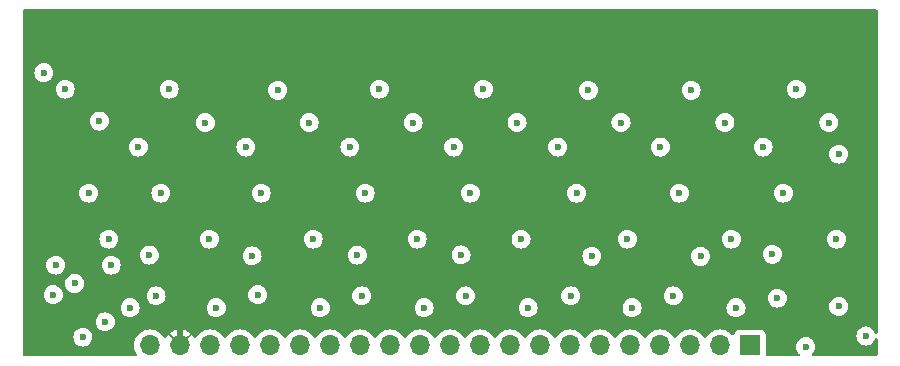
<source format=gbr>
%TF.GenerationSoftware,KiCad,Pcbnew,8.0.8*%
%TF.CreationDate,2025-10-03T14:44:34+02:00*%
%TF.ProjectId,REG8bit-SMD-V3.0,52454738-6269-4742-9d53-4d442d56332e,rev?*%
%TF.SameCoordinates,Original*%
%TF.FileFunction,Copper,L2,Inr*%
%TF.FilePolarity,Positive*%
%FSLAX46Y46*%
G04 Gerber Fmt 4.6, Leading zero omitted, Abs format (unit mm)*
G04 Created by KiCad (PCBNEW 8.0.8) date 2025-10-03 14:44:34*
%MOMM*%
%LPD*%
G01*
G04 APERTURE LIST*
%TA.AperFunction,ComponentPad*%
%ADD10O,1.700000X1.700000*%
%TD*%
%TA.AperFunction,ComponentPad*%
%ADD11R,1.700000X1.700000*%
%TD*%
%TA.AperFunction,ViaPad*%
%ADD12C,0.600000*%
%TD*%
%TA.AperFunction,Conductor*%
%ADD13C,0.200000*%
%TD*%
G04 APERTURE END LIST*
D10*
%TO.N,VCC*%
%TO.C,J2*%
X59500000Y-131700000D03*
%TO.N,Earth*%
X62040000Y-131700000D03*
%TO.N,/RST*%
X64580000Y-131700000D03*
%TO.N,/R*%
X67120000Y-131700000D03*
%TO.N,/W*%
X69660000Y-131700000D03*
%TO.N,Net-(J2-Pin_16)*%
X72200000Y-131700000D03*
%TO.N,Net-(J2-Pin_15)*%
X74740000Y-131700000D03*
%TO.N,Net-(J2-Pin_14)*%
X77280000Y-131700000D03*
%TO.N,Net-(J2-Pin_13)*%
X79820000Y-131700000D03*
%TO.N,Net-(J2-Pin_12)*%
X82360000Y-131700000D03*
%TO.N,Net-(J2-Pin_11)*%
X84900000Y-131700000D03*
%TO.N,Net-(J2-Pin_10)*%
X87440000Y-131700000D03*
%TO.N,Net-(J2-Pin_9)*%
X89980000Y-131700000D03*
%TO.N,Net-(J2-Pin_8)*%
X92520000Y-131700000D03*
%TO.N,Net-(J2-Pin_7)*%
X95060000Y-131700000D03*
%TO.N,Net-(J2-Pin_6)*%
X97600000Y-131700000D03*
%TO.N,Net-(J2-Pin_5)*%
X100140000Y-131700000D03*
%TO.N,Net-(J2-Pin_4)*%
X102680000Y-131700000D03*
%TO.N,Net-(J2-Pin_3)*%
X105220000Y-131700000D03*
%TO.N,Net-(J2-Pin_2)*%
X107760000Y-131700000D03*
D11*
%TO.N,Net-(J2-Pin_1)*%
X110300000Y-131700000D03*
%TD*%
D12*
%TO.N,VCC*%
X112169541Y-123980459D03*
X50500000Y-108600000D03*
X85819541Y-124030459D03*
X77034541Y-124045459D03*
X68127015Y-124114892D03*
X106100000Y-124150000D03*
X96900000Y-124150000D03*
X115000000Y-131800000D03*
X120100000Y-130900000D03*
X59432041Y-124042959D03*
X51500000Y-124900000D03*
X55700000Y-129700000D03*
X53100000Y-126449999D03*
%TO.N,Earth*%
X117843750Y-119756250D03*
X109000000Y-119700000D03*
X100200000Y-119712500D03*
X91100000Y-104700000D03*
X65093750Y-119806250D03*
X51600000Y-129100000D03*
X113340552Y-115753052D03*
X104600000Y-115812500D03*
X95800000Y-115812500D03*
X87000000Y-115812500D03*
X91393750Y-119706250D03*
X73800000Y-119712500D03*
X117500000Y-130900000D03*
X118900000Y-126600000D03*
X110100000Y-126600000D03*
X101300000Y-126600000D03*
X92400000Y-126600000D03*
X83600000Y-126700000D03*
X74800000Y-126600000D03*
X66000000Y-126700000D03*
X57300000Y-126600000D03*
X60600000Y-115812500D03*
X69400000Y-115812500D03*
X78200000Y-115812500D03*
X82600000Y-119712500D03*
X61900000Y-117800000D03*
X62200000Y-121700000D03*
X53875000Y-115812500D03*
X56200000Y-119712500D03*
X53800000Y-112200000D03*
X52400000Y-108100000D03*
X58400000Y-108100000D03*
X61100000Y-108100000D03*
X67600000Y-108800000D03*
X69800000Y-108100000D03*
X74400000Y-108100000D03*
X78922492Y-108177508D03*
X87700000Y-108300000D03*
X85000000Y-108600000D03*
X93600000Y-108400000D03*
X96200000Y-108300000D03*
X102300000Y-108400000D03*
X105300000Y-108400000D03*
X111000000Y-108300000D03*
X114000000Y-108200000D03*
X119600000Y-108300000D03*
X117100000Y-104500000D03*
X108700000Y-104500000D03*
X99700000Y-104600000D03*
X82100000Y-104600000D03*
X73300000Y-104600000D03*
X64400000Y-104800000D03*
X55700000Y-104900000D03*
%TO.N,/R*%
X67600000Y-114900000D03*
X76400000Y-114900000D03*
X85200000Y-114900000D03*
X94000000Y-114900000D03*
X102700000Y-114900000D03*
X111400000Y-114900000D03*
X117800000Y-115500000D03*
X58500000Y-114900000D03*
X53800000Y-131000000D03*
%TO.N,Net-(Q1-D)*%
X56200000Y-124900000D03*
X64500000Y-122700000D03*
X73300000Y-122700000D03*
X82100000Y-122700000D03*
X90900000Y-122700000D03*
X99900000Y-122700000D03*
X108700000Y-122700000D03*
X117600000Y-122700000D03*
X56000000Y-122700000D03*
%TO.N,Net-(Q77-D)*%
X114200000Y-110000000D03*
X116962500Y-112825000D03*
%TO.N,Net-(Q67-D)*%
X108162500Y-112825000D03*
X105300000Y-110100000D03*
%TO.N,Net-(Q57-D)*%
X99362500Y-112825000D03*
X96600000Y-110100000D03*
%TO.N,Net-(Q47-D)*%
X90562500Y-112825000D03*
X87700000Y-110000000D03*
%TO.N,Net-(Q37-D)*%
X81762500Y-112825000D03*
X78900000Y-110000000D03*
%TO.N,Net-(Q27-D)*%
X72962500Y-112825000D03*
X70300000Y-110100000D03*
%TO.N,Net-(Q17-D)*%
X64162500Y-112825000D03*
X61100000Y-110000000D03*
%TO.N,/RST*%
X104300000Y-118800000D03*
X68900000Y-118800000D03*
X77700000Y-118800000D03*
X54300000Y-118800000D03*
X60400000Y-118800000D03*
X113100000Y-118800000D03*
X95600000Y-118800000D03*
X86600000Y-118800000D03*
%TO.N,Net-(Q10-D)*%
X52300000Y-110000000D03*
X55200000Y-112700000D03*
%TO.N,Net-(J2-Pin_1)*%
X112600000Y-127700000D03*
%TO.N,Net-(J2-Pin_3)*%
X95100000Y-127500000D03*
%TO.N,/W*%
X73900000Y-128500000D03*
X109100000Y-128500000D03*
X117800000Y-128400000D03*
X65100000Y-128500000D03*
X91500000Y-128500000D03*
X57800000Y-128500000D03*
X82700000Y-128500000D03*
X100300000Y-128500000D03*
%TO.N,Net-(J2-Pin_2)*%
X103800000Y-127500000D03*
%TO.N,Net-(J2-Pin_4)*%
X86200000Y-127500000D03*
%TO.N,Net-(J2-Pin_8)*%
X51300000Y-127400000D03*
%TO.N,Net-(J2-Pin_7)*%
X60000000Y-127500000D03*
%TO.N,Net-(J2-Pin_6)*%
X68600000Y-127400000D03*
%TO.N,Net-(J2-Pin_5)*%
X77400000Y-127500000D03*
%TD*%
D13*
%TO.N,Earth*%
X63800000Y-129940000D02*
X63800000Y-129800000D01*
X62040000Y-131700000D02*
X63800000Y-129940000D01*
X60200000Y-129900000D02*
X60240000Y-129900000D01*
X62040000Y-131700000D02*
X60240000Y-129900000D01*
%TD*%
%TA.AperFunction,Conductor*%
%TO.N,Earth*%
G36*
X121042539Y-103270185D02*
G01*
X121088294Y-103322989D01*
X121099500Y-103374500D01*
X121099500Y-130602885D01*
X121079815Y-130669924D01*
X121027011Y-130715679D01*
X120957853Y-130725623D01*
X120894297Y-130696598D01*
X120858459Y-130643840D01*
X120825790Y-130550480D01*
X120825789Y-130550478D01*
X120729816Y-130397738D01*
X120602262Y-130270184D01*
X120513852Y-130214632D01*
X120449523Y-130174211D01*
X120279254Y-130114631D01*
X120279249Y-130114630D01*
X120100004Y-130094435D01*
X120099996Y-130094435D01*
X119920750Y-130114630D01*
X119920745Y-130114631D01*
X119750476Y-130174211D01*
X119597737Y-130270184D01*
X119470184Y-130397737D01*
X119374211Y-130550476D01*
X119314631Y-130720745D01*
X119314630Y-130720750D01*
X119294435Y-130899996D01*
X119294435Y-130900003D01*
X119314630Y-131079249D01*
X119314631Y-131079254D01*
X119374211Y-131249523D01*
X119404507Y-131297738D01*
X119470184Y-131402262D01*
X119597738Y-131529816D01*
X119671239Y-131576000D01*
X119742450Y-131620745D01*
X119750478Y-131625789D01*
X119799776Y-131643039D01*
X119920745Y-131685368D01*
X119920750Y-131685369D01*
X120099996Y-131705565D01*
X120100000Y-131705565D01*
X120100004Y-131705565D01*
X120279249Y-131685369D01*
X120279252Y-131685368D01*
X120279255Y-131685368D01*
X120449522Y-131625789D01*
X120602262Y-131529816D01*
X120729816Y-131402262D01*
X120825789Y-131249522D01*
X120845730Y-131192531D01*
X120858458Y-131156160D01*
X120899180Y-131099383D01*
X120964133Y-131073636D01*
X121032694Y-131087092D01*
X121083097Y-131135479D01*
X121099500Y-131197114D01*
X121099500Y-132475500D01*
X121079815Y-132542539D01*
X121027011Y-132588294D01*
X120975500Y-132599500D01*
X115631940Y-132599500D01*
X115564901Y-132579815D01*
X115519146Y-132527011D01*
X115509202Y-132457853D01*
X115538227Y-132394297D01*
X115544259Y-132387819D01*
X115554248Y-132377830D01*
X115629816Y-132302262D01*
X115725789Y-132149522D01*
X115785368Y-131979255D01*
X115790308Y-131935413D01*
X115805565Y-131800003D01*
X115805565Y-131799996D01*
X115785369Y-131620750D01*
X115785368Y-131620745D01*
X115769711Y-131576000D01*
X115725789Y-131450478D01*
X115629816Y-131297738D01*
X115502262Y-131170184D01*
X115479943Y-131156160D01*
X115349523Y-131074211D01*
X115179254Y-131014631D01*
X115179249Y-131014630D01*
X115000004Y-130994435D01*
X114999996Y-130994435D01*
X114820750Y-131014630D01*
X114820745Y-131014631D01*
X114650476Y-131074211D01*
X114497737Y-131170184D01*
X114370184Y-131297737D01*
X114274211Y-131450476D01*
X114214631Y-131620745D01*
X114214630Y-131620750D01*
X114194435Y-131799996D01*
X114194435Y-131800003D01*
X114214630Y-131979249D01*
X114214631Y-131979254D01*
X114274211Y-132149523D01*
X114370184Y-132302262D01*
X114455741Y-132387819D01*
X114489226Y-132449142D01*
X114484242Y-132518834D01*
X114442370Y-132574767D01*
X114376906Y-132599184D01*
X114368060Y-132599500D01*
X111774500Y-132599500D01*
X111707461Y-132579815D01*
X111661706Y-132527011D01*
X111650500Y-132475500D01*
X111650499Y-130802129D01*
X111650498Y-130802123D01*
X111644091Y-130742516D01*
X111593797Y-130607671D01*
X111593793Y-130607664D01*
X111507547Y-130492455D01*
X111507544Y-130492452D01*
X111392335Y-130406206D01*
X111392328Y-130406202D01*
X111257482Y-130355908D01*
X111257483Y-130355908D01*
X111197883Y-130349501D01*
X111197881Y-130349500D01*
X111197873Y-130349500D01*
X111197864Y-130349500D01*
X109402129Y-130349500D01*
X109402123Y-130349501D01*
X109342516Y-130355908D01*
X109207671Y-130406202D01*
X109207664Y-130406206D01*
X109092455Y-130492452D01*
X109092452Y-130492455D01*
X109006206Y-130607664D01*
X109006203Y-130607669D01*
X108957189Y-130739083D01*
X108915317Y-130795016D01*
X108849853Y-130819433D01*
X108781580Y-130804581D01*
X108753326Y-130783430D01*
X108631402Y-130661506D01*
X108631395Y-130661501D01*
X108437834Y-130525967D01*
X108437830Y-130525965D01*
X108377295Y-130497737D01*
X108223663Y-130426097D01*
X108223659Y-130426096D01*
X108223655Y-130426094D01*
X107995413Y-130364938D01*
X107995403Y-130364936D01*
X107760001Y-130344341D01*
X107759999Y-130344341D01*
X107524596Y-130364936D01*
X107524586Y-130364938D01*
X107296344Y-130426094D01*
X107296335Y-130426098D01*
X107082171Y-130525964D01*
X107082169Y-130525965D01*
X106888597Y-130661505D01*
X106721505Y-130828597D01*
X106591575Y-131014158D01*
X106536998Y-131057783D01*
X106467500Y-131064977D01*
X106405145Y-131033454D01*
X106388425Y-131014158D01*
X106258494Y-130828597D01*
X106091402Y-130661506D01*
X106091395Y-130661501D01*
X105897834Y-130525967D01*
X105897830Y-130525965D01*
X105837295Y-130497737D01*
X105683663Y-130426097D01*
X105683659Y-130426096D01*
X105683655Y-130426094D01*
X105455413Y-130364938D01*
X105455403Y-130364936D01*
X105220001Y-130344341D01*
X105219999Y-130344341D01*
X104984596Y-130364936D01*
X104984586Y-130364938D01*
X104756344Y-130426094D01*
X104756335Y-130426098D01*
X104542171Y-130525964D01*
X104542169Y-130525965D01*
X104348597Y-130661505D01*
X104181505Y-130828597D01*
X104051575Y-131014158D01*
X103996998Y-131057783D01*
X103927500Y-131064977D01*
X103865145Y-131033454D01*
X103848425Y-131014158D01*
X103718494Y-130828597D01*
X103551402Y-130661506D01*
X103551395Y-130661501D01*
X103357834Y-130525967D01*
X103357830Y-130525965D01*
X103297295Y-130497737D01*
X103143663Y-130426097D01*
X103143659Y-130426096D01*
X103143655Y-130426094D01*
X102915413Y-130364938D01*
X102915403Y-130364936D01*
X102680001Y-130344341D01*
X102679999Y-130344341D01*
X102444596Y-130364936D01*
X102444586Y-130364938D01*
X102216344Y-130426094D01*
X102216335Y-130426098D01*
X102002171Y-130525964D01*
X102002169Y-130525965D01*
X101808597Y-130661505D01*
X101641505Y-130828597D01*
X101511575Y-131014158D01*
X101456998Y-131057783D01*
X101387500Y-131064977D01*
X101325145Y-131033454D01*
X101308425Y-131014158D01*
X101178494Y-130828597D01*
X101011402Y-130661506D01*
X101011395Y-130661501D01*
X100817834Y-130525967D01*
X100817830Y-130525965D01*
X100757295Y-130497737D01*
X100603663Y-130426097D01*
X100603659Y-130426096D01*
X100603655Y-130426094D01*
X100375413Y-130364938D01*
X100375403Y-130364936D01*
X100140001Y-130344341D01*
X100139999Y-130344341D01*
X99904596Y-130364936D01*
X99904586Y-130364938D01*
X99676344Y-130426094D01*
X99676335Y-130426098D01*
X99462171Y-130525964D01*
X99462169Y-130525965D01*
X99268597Y-130661505D01*
X99101505Y-130828597D01*
X98971575Y-131014158D01*
X98916998Y-131057783D01*
X98847500Y-131064977D01*
X98785145Y-131033454D01*
X98768425Y-131014158D01*
X98638494Y-130828597D01*
X98471402Y-130661506D01*
X98471395Y-130661501D01*
X98277834Y-130525967D01*
X98277830Y-130525965D01*
X98217295Y-130497737D01*
X98063663Y-130426097D01*
X98063659Y-130426096D01*
X98063655Y-130426094D01*
X97835413Y-130364938D01*
X97835403Y-130364936D01*
X97600001Y-130344341D01*
X97599999Y-130344341D01*
X97364596Y-130364936D01*
X97364586Y-130364938D01*
X97136344Y-130426094D01*
X97136335Y-130426098D01*
X96922171Y-130525964D01*
X96922169Y-130525965D01*
X96728597Y-130661505D01*
X96561505Y-130828597D01*
X96431575Y-131014158D01*
X96376998Y-131057783D01*
X96307500Y-131064977D01*
X96245145Y-131033454D01*
X96228425Y-131014158D01*
X96098494Y-130828597D01*
X95931402Y-130661506D01*
X95931395Y-130661501D01*
X95737834Y-130525967D01*
X95737830Y-130525965D01*
X95677295Y-130497737D01*
X95523663Y-130426097D01*
X95523659Y-130426096D01*
X95523655Y-130426094D01*
X95295413Y-130364938D01*
X95295403Y-130364936D01*
X95060001Y-130344341D01*
X95059999Y-130344341D01*
X94824596Y-130364936D01*
X94824586Y-130364938D01*
X94596344Y-130426094D01*
X94596335Y-130426098D01*
X94382171Y-130525964D01*
X94382169Y-130525965D01*
X94188597Y-130661505D01*
X94021505Y-130828597D01*
X93891575Y-131014158D01*
X93836998Y-131057783D01*
X93767500Y-131064977D01*
X93705145Y-131033454D01*
X93688425Y-131014158D01*
X93558494Y-130828597D01*
X93391402Y-130661506D01*
X93391395Y-130661501D01*
X93197834Y-130525967D01*
X93197830Y-130525965D01*
X93137295Y-130497737D01*
X92983663Y-130426097D01*
X92983659Y-130426096D01*
X92983655Y-130426094D01*
X92755413Y-130364938D01*
X92755403Y-130364936D01*
X92520001Y-130344341D01*
X92519999Y-130344341D01*
X92284596Y-130364936D01*
X92284586Y-130364938D01*
X92056344Y-130426094D01*
X92056335Y-130426098D01*
X91842171Y-130525964D01*
X91842169Y-130525965D01*
X91648597Y-130661505D01*
X91481505Y-130828597D01*
X91351575Y-131014158D01*
X91296998Y-131057783D01*
X91227500Y-131064977D01*
X91165145Y-131033454D01*
X91148425Y-131014158D01*
X91018494Y-130828597D01*
X90851402Y-130661506D01*
X90851395Y-130661501D01*
X90657834Y-130525967D01*
X90657830Y-130525965D01*
X90597295Y-130497737D01*
X90443663Y-130426097D01*
X90443659Y-130426096D01*
X90443655Y-130426094D01*
X90215413Y-130364938D01*
X90215403Y-130364936D01*
X89980001Y-130344341D01*
X89979999Y-130344341D01*
X89744596Y-130364936D01*
X89744586Y-130364938D01*
X89516344Y-130426094D01*
X89516335Y-130426098D01*
X89302171Y-130525964D01*
X89302169Y-130525965D01*
X89108597Y-130661505D01*
X88941505Y-130828597D01*
X88811575Y-131014158D01*
X88756998Y-131057783D01*
X88687500Y-131064977D01*
X88625145Y-131033454D01*
X88608425Y-131014158D01*
X88478494Y-130828597D01*
X88311402Y-130661506D01*
X88311395Y-130661501D01*
X88117834Y-130525967D01*
X88117830Y-130525965D01*
X88057295Y-130497737D01*
X87903663Y-130426097D01*
X87903659Y-130426096D01*
X87903655Y-130426094D01*
X87675413Y-130364938D01*
X87675403Y-130364936D01*
X87440001Y-130344341D01*
X87439999Y-130344341D01*
X87204596Y-130364936D01*
X87204586Y-130364938D01*
X86976344Y-130426094D01*
X86976335Y-130426098D01*
X86762171Y-130525964D01*
X86762169Y-130525965D01*
X86568597Y-130661505D01*
X86401505Y-130828597D01*
X86271575Y-131014158D01*
X86216998Y-131057783D01*
X86147500Y-131064977D01*
X86085145Y-131033454D01*
X86068425Y-131014158D01*
X85938494Y-130828597D01*
X85771402Y-130661506D01*
X85771395Y-130661501D01*
X85577834Y-130525967D01*
X85577830Y-130525965D01*
X85517295Y-130497737D01*
X85363663Y-130426097D01*
X85363659Y-130426096D01*
X85363655Y-130426094D01*
X85135413Y-130364938D01*
X85135403Y-130364936D01*
X84900001Y-130344341D01*
X84899999Y-130344341D01*
X84664596Y-130364936D01*
X84664586Y-130364938D01*
X84436344Y-130426094D01*
X84436335Y-130426098D01*
X84222171Y-130525964D01*
X84222169Y-130525965D01*
X84028597Y-130661505D01*
X83861505Y-130828597D01*
X83731575Y-131014158D01*
X83676998Y-131057783D01*
X83607500Y-131064977D01*
X83545145Y-131033454D01*
X83528425Y-131014158D01*
X83398494Y-130828597D01*
X83231402Y-130661506D01*
X83231395Y-130661501D01*
X83037834Y-130525967D01*
X83037830Y-130525965D01*
X82977295Y-130497737D01*
X82823663Y-130426097D01*
X82823659Y-130426096D01*
X82823655Y-130426094D01*
X82595413Y-130364938D01*
X82595403Y-130364936D01*
X82360001Y-130344341D01*
X82359999Y-130344341D01*
X82124596Y-130364936D01*
X82124586Y-130364938D01*
X81896344Y-130426094D01*
X81896335Y-130426098D01*
X81682171Y-130525964D01*
X81682169Y-130525965D01*
X81488597Y-130661505D01*
X81321505Y-130828597D01*
X81191575Y-131014158D01*
X81136998Y-131057783D01*
X81067500Y-131064977D01*
X81005145Y-131033454D01*
X80988425Y-131014158D01*
X80858494Y-130828597D01*
X80691402Y-130661506D01*
X80691395Y-130661501D01*
X80497834Y-130525967D01*
X80497830Y-130525965D01*
X80437295Y-130497737D01*
X80283663Y-130426097D01*
X80283659Y-130426096D01*
X80283655Y-130426094D01*
X80055413Y-130364938D01*
X80055403Y-130364936D01*
X79820001Y-130344341D01*
X79819999Y-130344341D01*
X79584596Y-130364936D01*
X79584586Y-130364938D01*
X79356344Y-130426094D01*
X79356335Y-130426098D01*
X79142171Y-130525964D01*
X79142169Y-130525965D01*
X78948597Y-130661505D01*
X78781505Y-130828597D01*
X78651575Y-131014158D01*
X78596998Y-131057783D01*
X78527500Y-131064977D01*
X78465145Y-131033454D01*
X78448425Y-131014158D01*
X78318494Y-130828597D01*
X78151402Y-130661506D01*
X78151395Y-130661501D01*
X77957834Y-130525967D01*
X77957830Y-130525965D01*
X77897295Y-130497737D01*
X77743663Y-130426097D01*
X77743659Y-130426096D01*
X77743655Y-130426094D01*
X77515413Y-130364938D01*
X77515403Y-130364936D01*
X77280001Y-130344341D01*
X77279999Y-130344341D01*
X77044596Y-130364936D01*
X77044586Y-130364938D01*
X76816344Y-130426094D01*
X76816335Y-130426098D01*
X76602171Y-130525964D01*
X76602169Y-130525965D01*
X76408597Y-130661505D01*
X76241505Y-130828597D01*
X76111575Y-131014158D01*
X76056998Y-131057783D01*
X75987500Y-131064977D01*
X75925145Y-131033454D01*
X75908425Y-131014158D01*
X75778494Y-130828597D01*
X75611402Y-130661506D01*
X75611395Y-130661501D01*
X75417834Y-130525967D01*
X75417830Y-130525965D01*
X75357295Y-130497737D01*
X75203663Y-130426097D01*
X75203659Y-130426096D01*
X75203655Y-130426094D01*
X74975413Y-130364938D01*
X74975403Y-130364936D01*
X74740001Y-130344341D01*
X74739999Y-130344341D01*
X74504596Y-130364936D01*
X74504586Y-130364938D01*
X74276344Y-130426094D01*
X74276335Y-130426098D01*
X74062171Y-130525964D01*
X74062169Y-130525965D01*
X73868597Y-130661505D01*
X73701505Y-130828597D01*
X73571575Y-131014158D01*
X73516998Y-131057783D01*
X73447500Y-131064977D01*
X73385145Y-131033454D01*
X73368425Y-131014158D01*
X73238494Y-130828597D01*
X73071402Y-130661506D01*
X73071395Y-130661501D01*
X72877834Y-130525967D01*
X72877830Y-130525965D01*
X72817295Y-130497737D01*
X72663663Y-130426097D01*
X72663659Y-130426096D01*
X72663655Y-130426094D01*
X72435413Y-130364938D01*
X72435403Y-130364936D01*
X72200001Y-130344341D01*
X72199999Y-130344341D01*
X71964596Y-130364936D01*
X71964586Y-130364938D01*
X71736344Y-130426094D01*
X71736335Y-130426098D01*
X71522171Y-130525964D01*
X71522169Y-130525965D01*
X71328597Y-130661505D01*
X71161505Y-130828597D01*
X71031575Y-131014158D01*
X70976998Y-131057783D01*
X70907500Y-131064977D01*
X70845145Y-131033454D01*
X70828425Y-131014158D01*
X70698494Y-130828597D01*
X70531402Y-130661506D01*
X70531395Y-130661501D01*
X70337834Y-130525967D01*
X70337830Y-130525965D01*
X70277295Y-130497737D01*
X70123663Y-130426097D01*
X70123659Y-130426096D01*
X70123655Y-130426094D01*
X69895413Y-130364938D01*
X69895403Y-130364936D01*
X69660001Y-130344341D01*
X69659999Y-130344341D01*
X69424596Y-130364936D01*
X69424586Y-130364938D01*
X69196344Y-130426094D01*
X69196335Y-130426098D01*
X68982171Y-130525964D01*
X68982169Y-130525965D01*
X68788597Y-130661505D01*
X68621505Y-130828597D01*
X68491575Y-131014158D01*
X68436998Y-131057783D01*
X68367500Y-131064977D01*
X68305145Y-131033454D01*
X68288425Y-131014158D01*
X68158494Y-130828597D01*
X67991402Y-130661506D01*
X67991395Y-130661501D01*
X67797834Y-130525967D01*
X67797830Y-130525965D01*
X67737295Y-130497737D01*
X67583663Y-130426097D01*
X67583659Y-130426096D01*
X67583655Y-130426094D01*
X67355413Y-130364938D01*
X67355403Y-130364936D01*
X67120001Y-130344341D01*
X67119999Y-130344341D01*
X66884596Y-130364936D01*
X66884586Y-130364938D01*
X66656344Y-130426094D01*
X66656335Y-130426098D01*
X66442171Y-130525964D01*
X66442169Y-130525965D01*
X66248597Y-130661505D01*
X66081505Y-130828597D01*
X65951575Y-131014158D01*
X65896998Y-131057783D01*
X65827500Y-131064977D01*
X65765145Y-131033454D01*
X65748425Y-131014158D01*
X65618494Y-130828597D01*
X65451402Y-130661506D01*
X65451395Y-130661501D01*
X65257834Y-130525967D01*
X65257830Y-130525965D01*
X65197295Y-130497737D01*
X65043663Y-130426097D01*
X65043659Y-130426096D01*
X65043655Y-130426094D01*
X64815413Y-130364938D01*
X64815403Y-130364936D01*
X64580001Y-130344341D01*
X64579999Y-130344341D01*
X64344596Y-130364936D01*
X64344586Y-130364938D01*
X64116344Y-130426094D01*
X64116335Y-130426098D01*
X63902171Y-130525964D01*
X63902169Y-130525965D01*
X63708597Y-130661505D01*
X63541508Y-130828594D01*
X63411269Y-131014595D01*
X63356692Y-131058219D01*
X63287193Y-131065412D01*
X63224839Y-131033890D01*
X63208119Y-131014594D01*
X63078113Y-130828926D01*
X63078108Y-130828920D01*
X62911082Y-130661894D01*
X62717578Y-130526399D01*
X62503492Y-130426570D01*
X62503486Y-130426567D01*
X62290000Y-130369364D01*
X62290000Y-131266988D01*
X62232993Y-131234075D01*
X62105826Y-131200000D01*
X61974174Y-131200000D01*
X61847007Y-131234075D01*
X61790000Y-131266988D01*
X61790000Y-130369364D01*
X61789999Y-130369364D01*
X61576513Y-130426567D01*
X61576507Y-130426570D01*
X61362422Y-130526399D01*
X61362420Y-130526400D01*
X61168926Y-130661886D01*
X61168920Y-130661891D01*
X61001891Y-130828920D01*
X61001890Y-130828922D01*
X60871880Y-131014595D01*
X60817303Y-131058219D01*
X60747804Y-131065412D01*
X60685450Y-131033890D01*
X60668730Y-131014594D01*
X60538494Y-130828597D01*
X60371402Y-130661506D01*
X60371395Y-130661501D01*
X60177834Y-130525967D01*
X60177830Y-130525965D01*
X60117295Y-130497737D01*
X59963663Y-130426097D01*
X59963659Y-130426096D01*
X59963655Y-130426094D01*
X59735413Y-130364938D01*
X59735403Y-130364936D01*
X59500001Y-130344341D01*
X59499999Y-130344341D01*
X59264596Y-130364936D01*
X59264586Y-130364938D01*
X59036344Y-130426094D01*
X59036335Y-130426098D01*
X58822171Y-130525964D01*
X58822169Y-130525965D01*
X58628597Y-130661505D01*
X58461505Y-130828597D01*
X58325965Y-131022169D01*
X58325964Y-131022171D01*
X58226098Y-131236335D01*
X58226094Y-131236344D01*
X58164938Y-131464586D01*
X58164936Y-131464596D01*
X58144341Y-131699999D01*
X58144341Y-131700000D01*
X58164936Y-131935403D01*
X58164938Y-131935413D01*
X58226094Y-132163655D01*
X58226096Y-132163659D01*
X58226097Y-132163663D01*
X58290727Y-132302262D01*
X58325965Y-132377830D01*
X58325967Y-132377834D01*
X58344553Y-132404377D01*
X58366880Y-132470583D01*
X58349870Y-132538350D01*
X58298922Y-132586163D01*
X58242978Y-132599500D01*
X48824500Y-132599500D01*
X48757461Y-132579815D01*
X48711706Y-132527011D01*
X48700500Y-132475500D01*
X48700500Y-130999996D01*
X52994435Y-130999996D01*
X52994435Y-131000003D01*
X53014630Y-131179249D01*
X53014631Y-131179254D01*
X53074211Y-131349523D01*
X53146514Y-131464592D01*
X53170184Y-131502262D01*
X53297738Y-131629816D01*
X53450478Y-131725789D01*
X53564897Y-131765826D01*
X53620745Y-131785368D01*
X53620750Y-131785369D01*
X53799996Y-131805565D01*
X53800000Y-131805565D01*
X53800004Y-131805565D01*
X53979249Y-131785369D01*
X53979252Y-131785368D01*
X53979255Y-131785368D01*
X54149522Y-131725789D01*
X54302262Y-131629816D01*
X54429816Y-131502262D01*
X54525789Y-131349522D01*
X54585368Y-131179255D01*
X54587970Y-131156160D01*
X54605565Y-131000003D01*
X54605565Y-130999996D01*
X54585369Y-130820750D01*
X54585368Y-130820745D01*
X54532593Y-130669924D01*
X54525789Y-130650478D01*
X54429816Y-130497738D01*
X54302262Y-130370184D01*
X54293913Y-130364938D01*
X54149523Y-130274211D01*
X53979254Y-130214631D01*
X53979249Y-130214630D01*
X53800004Y-130194435D01*
X53799996Y-130194435D01*
X53620750Y-130214630D01*
X53620745Y-130214631D01*
X53450476Y-130274211D01*
X53297737Y-130370184D01*
X53170184Y-130497737D01*
X53074211Y-130650476D01*
X53014631Y-130820745D01*
X53014630Y-130820750D01*
X52994435Y-130999996D01*
X48700500Y-130999996D01*
X48700500Y-129699996D01*
X54894435Y-129699996D01*
X54894435Y-129700003D01*
X54914630Y-129879249D01*
X54914631Y-129879254D01*
X54974211Y-130049523D01*
X55015122Y-130114632D01*
X55070184Y-130202262D01*
X55197738Y-130329816D01*
X55260678Y-130369364D01*
X55319308Y-130406204D01*
X55350478Y-130425789D01*
X55520745Y-130485368D01*
X55520750Y-130485369D01*
X55699996Y-130505565D01*
X55700000Y-130505565D01*
X55700004Y-130505565D01*
X55879249Y-130485369D01*
X55879252Y-130485368D01*
X55879255Y-130485368D01*
X56049522Y-130425789D01*
X56202262Y-130329816D01*
X56329816Y-130202262D01*
X56425789Y-130049522D01*
X56485368Y-129879255D01*
X56505565Y-129700000D01*
X56485368Y-129520745D01*
X56425789Y-129350478D01*
X56329816Y-129197738D01*
X56202262Y-129070184D01*
X56138017Y-129029816D01*
X56049523Y-128974211D01*
X55879254Y-128914631D01*
X55879249Y-128914630D01*
X55700004Y-128894435D01*
X55699996Y-128894435D01*
X55520750Y-128914630D01*
X55520745Y-128914631D01*
X55350476Y-128974211D01*
X55197737Y-129070184D01*
X55070184Y-129197737D01*
X54974211Y-129350476D01*
X54914631Y-129520745D01*
X54914630Y-129520750D01*
X54894435Y-129699996D01*
X48700500Y-129699996D01*
X48700500Y-128499996D01*
X56994435Y-128499996D01*
X56994435Y-128500003D01*
X57014630Y-128679249D01*
X57014631Y-128679254D01*
X57074211Y-128849523D01*
X57115122Y-128914632D01*
X57170184Y-129002262D01*
X57297738Y-129129816D01*
X57386148Y-129185368D01*
X57405833Y-129197737D01*
X57450478Y-129225789D01*
X57620745Y-129285368D01*
X57620750Y-129285369D01*
X57799996Y-129305565D01*
X57800000Y-129305565D01*
X57800004Y-129305565D01*
X57979249Y-129285369D01*
X57979252Y-129285368D01*
X57979255Y-129285368D01*
X58149522Y-129225789D01*
X58302262Y-129129816D01*
X58429816Y-129002262D01*
X58525789Y-128849522D01*
X58585368Y-128679255D01*
X58585369Y-128679249D01*
X58605565Y-128500003D01*
X58605565Y-128499996D01*
X64294435Y-128499996D01*
X64294435Y-128500003D01*
X64314630Y-128679249D01*
X64314631Y-128679254D01*
X64374211Y-128849523D01*
X64415122Y-128914632D01*
X64470184Y-129002262D01*
X64597738Y-129129816D01*
X64686148Y-129185368D01*
X64705833Y-129197737D01*
X64750478Y-129225789D01*
X64920745Y-129285368D01*
X64920750Y-129285369D01*
X65099996Y-129305565D01*
X65100000Y-129305565D01*
X65100004Y-129305565D01*
X65279249Y-129285369D01*
X65279252Y-129285368D01*
X65279255Y-129285368D01*
X65449522Y-129225789D01*
X65602262Y-129129816D01*
X65729816Y-129002262D01*
X65825789Y-128849522D01*
X65885368Y-128679255D01*
X65885369Y-128679249D01*
X65905565Y-128500003D01*
X65905565Y-128499996D01*
X73094435Y-128499996D01*
X73094435Y-128500003D01*
X73114630Y-128679249D01*
X73114631Y-128679254D01*
X73174211Y-128849523D01*
X73215122Y-128914632D01*
X73270184Y-129002262D01*
X73397738Y-129129816D01*
X73486148Y-129185368D01*
X73505833Y-129197737D01*
X73550478Y-129225789D01*
X73720745Y-129285368D01*
X73720750Y-129285369D01*
X73899996Y-129305565D01*
X73900000Y-129305565D01*
X73900004Y-129305565D01*
X74079249Y-129285369D01*
X74079252Y-129285368D01*
X74079255Y-129285368D01*
X74249522Y-129225789D01*
X74402262Y-129129816D01*
X74529816Y-129002262D01*
X74625789Y-128849522D01*
X74685368Y-128679255D01*
X74685369Y-128679249D01*
X74705565Y-128500003D01*
X74705565Y-128499996D01*
X81894435Y-128499996D01*
X81894435Y-128500003D01*
X81914630Y-128679249D01*
X81914631Y-128679254D01*
X81974211Y-128849523D01*
X82015122Y-128914632D01*
X82070184Y-129002262D01*
X82197738Y-129129816D01*
X82286148Y-129185368D01*
X82305833Y-129197737D01*
X82350478Y-129225789D01*
X82520745Y-129285368D01*
X82520750Y-129285369D01*
X82699996Y-129305565D01*
X82700000Y-129305565D01*
X82700004Y-129305565D01*
X82879249Y-129285369D01*
X82879252Y-129285368D01*
X82879255Y-129285368D01*
X83049522Y-129225789D01*
X83202262Y-129129816D01*
X83329816Y-129002262D01*
X83425789Y-128849522D01*
X83485368Y-128679255D01*
X83485369Y-128679249D01*
X83505565Y-128500003D01*
X83505565Y-128499996D01*
X90694435Y-128499996D01*
X90694435Y-128500003D01*
X90714630Y-128679249D01*
X90714631Y-128679254D01*
X90774211Y-128849523D01*
X90815122Y-128914632D01*
X90870184Y-129002262D01*
X90997738Y-129129816D01*
X91086148Y-129185368D01*
X91105833Y-129197737D01*
X91150478Y-129225789D01*
X91320745Y-129285368D01*
X91320750Y-129285369D01*
X91499996Y-129305565D01*
X91500000Y-129305565D01*
X91500004Y-129305565D01*
X91679249Y-129285369D01*
X91679252Y-129285368D01*
X91679255Y-129285368D01*
X91849522Y-129225789D01*
X92002262Y-129129816D01*
X92129816Y-129002262D01*
X92225789Y-128849522D01*
X92285368Y-128679255D01*
X92285369Y-128679249D01*
X92305565Y-128500003D01*
X92305565Y-128499996D01*
X99494435Y-128499996D01*
X99494435Y-128500003D01*
X99514630Y-128679249D01*
X99514631Y-128679254D01*
X99574211Y-128849523D01*
X99615122Y-128914632D01*
X99670184Y-129002262D01*
X99797738Y-129129816D01*
X99886148Y-129185368D01*
X99905833Y-129197737D01*
X99950478Y-129225789D01*
X100120745Y-129285368D01*
X100120750Y-129285369D01*
X100299996Y-129305565D01*
X100300000Y-129305565D01*
X100300004Y-129305565D01*
X100479249Y-129285369D01*
X100479252Y-129285368D01*
X100479255Y-129285368D01*
X100649522Y-129225789D01*
X100802262Y-129129816D01*
X100929816Y-129002262D01*
X101025789Y-128849522D01*
X101085368Y-128679255D01*
X101085369Y-128679249D01*
X101105565Y-128500003D01*
X101105565Y-128499996D01*
X108294435Y-128499996D01*
X108294435Y-128500003D01*
X108314630Y-128679249D01*
X108314631Y-128679254D01*
X108374211Y-128849523D01*
X108415122Y-128914632D01*
X108470184Y-129002262D01*
X108597738Y-129129816D01*
X108686148Y-129185368D01*
X108705833Y-129197737D01*
X108750478Y-129225789D01*
X108920745Y-129285368D01*
X108920750Y-129285369D01*
X109099996Y-129305565D01*
X109100000Y-129305565D01*
X109100004Y-129305565D01*
X109279249Y-129285369D01*
X109279252Y-129285368D01*
X109279255Y-129285368D01*
X109449522Y-129225789D01*
X109602262Y-129129816D01*
X109729816Y-129002262D01*
X109825789Y-128849522D01*
X109885368Y-128679255D01*
X109885369Y-128679249D01*
X109905565Y-128500003D01*
X109905565Y-128499996D01*
X109885369Y-128320750D01*
X109885368Y-128320745D01*
X109837998Y-128185369D01*
X109825789Y-128150478D01*
X109729816Y-127997738D01*
X109602262Y-127870184D01*
X109569379Y-127849522D01*
X109449523Y-127774211D01*
X109279254Y-127714631D01*
X109279249Y-127714630D01*
X109149362Y-127699996D01*
X111794435Y-127699996D01*
X111794435Y-127700003D01*
X111814630Y-127879249D01*
X111814631Y-127879254D01*
X111874211Y-128049523D01*
X111937646Y-128150478D01*
X111970184Y-128202262D01*
X112097738Y-128329816D01*
X112250478Y-128425789D01*
X112420745Y-128485368D01*
X112420750Y-128485369D01*
X112599996Y-128505565D01*
X112600000Y-128505565D01*
X112600004Y-128505565D01*
X112779249Y-128485369D01*
X112779252Y-128485368D01*
X112779255Y-128485368D01*
X112949522Y-128425789D01*
X112990571Y-128399996D01*
X116994435Y-128399996D01*
X116994435Y-128400003D01*
X117014630Y-128579249D01*
X117014631Y-128579254D01*
X117074211Y-128749523D01*
X117137045Y-128849522D01*
X117170184Y-128902262D01*
X117297738Y-129029816D01*
X117450478Y-129125789D01*
X117461984Y-129129815D01*
X117620745Y-129185368D01*
X117620750Y-129185369D01*
X117799996Y-129205565D01*
X117800000Y-129205565D01*
X117800004Y-129205565D01*
X117979249Y-129185369D01*
X117979252Y-129185368D01*
X117979255Y-129185368D01*
X118149522Y-129125789D01*
X118302262Y-129029816D01*
X118429816Y-128902262D01*
X118525789Y-128749522D01*
X118585368Y-128579255D01*
X118593671Y-128505565D01*
X118605565Y-128400003D01*
X118605565Y-128399996D01*
X118585369Y-128220750D01*
X118585368Y-128220745D01*
X118580056Y-128205565D01*
X118525789Y-128050478D01*
X118525188Y-128049522D01*
X118486582Y-127988080D01*
X118429816Y-127897738D01*
X118302262Y-127770184D01*
X118213852Y-127714632D01*
X118149523Y-127674211D01*
X117979254Y-127614631D01*
X117979249Y-127614630D01*
X117800004Y-127594435D01*
X117799996Y-127594435D01*
X117620750Y-127614630D01*
X117620745Y-127614631D01*
X117450476Y-127674211D01*
X117297737Y-127770184D01*
X117170184Y-127897737D01*
X117074211Y-128050476D01*
X117014631Y-128220745D01*
X117014630Y-128220750D01*
X116994435Y-128399996D01*
X112990571Y-128399996D01*
X113102262Y-128329816D01*
X113229816Y-128202262D01*
X113325789Y-128049522D01*
X113385368Y-127879255D01*
X113397204Y-127774211D01*
X113405565Y-127700003D01*
X113405565Y-127699996D01*
X113385369Y-127520750D01*
X113385368Y-127520745D01*
X113378108Y-127499996D01*
X113325789Y-127350478D01*
X113307106Y-127320745D01*
X113286582Y-127288080D01*
X113229816Y-127197738D01*
X113102262Y-127070184D01*
X113070897Y-127050476D01*
X112949523Y-126974211D01*
X112779254Y-126914631D01*
X112779249Y-126914630D01*
X112600004Y-126894435D01*
X112599996Y-126894435D01*
X112420750Y-126914630D01*
X112420745Y-126914631D01*
X112250476Y-126974211D01*
X112097737Y-127070184D01*
X111970184Y-127197737D01*
X111874211Y-127350476D01*
X111814631Y-127520745D01*
X111814630Y-127520750D01*
X111794435Y-127699996D01*
X109149362Y-127699996D01*
X109100004Y-127694435D01*
X109099996Y-127694435D01*
X108920750Y-127714630D01*
X108920745Y-127714631D01*
X108750476Y-127774211D01*
X108597737Y-127870184D01*
X108470184Y-127997737D01*
X108374211Y-128150476D01*
X108314631Y-128320745D01*
X108314630Y-128320750D01*
X108294435Y-128499996D01*
X101105565Y-128499996D01*
X101085369Y-128320750D01*
X101085368Y-128320745D01*
X101037998Y-128185369D01*
X101025789Y-128150478D01*
X100929816Y-127997738D01*
X100802262Y-127870184D01*
X100769379Y-127849522D01*
X100649523Y-127774211D01*
X100479254Y-127714631D01*
X100479249Y-127714630D01*
X100300004Y-127694435D01*
X100299996Y-127694435D01*
X100120750Y-127714630D01*
X100120745Y-127714631D01*
X99950476Y-127774211D01*
X99797737Y-127870184D01*
X99670184Y-127997737D01*
X99574211Y-128150476D01*
X99514631Y-128320745D01*
X99514630Y-128320750D01*
X99494435Y-128499996D01*
X92305565Y-128499996D01*
X92285369Y-128320750D01*
X92285368Y-128320745D01*
X92237998Y-128185369D01*
X92225789Y-128150478D01*
X92129816Y-127997738D01*
X92002262Y-127870184D01*
X91969379Y-127849522D01*
X91849523Y-127774211D01*
X91679254Y-127714631D01*
X91679249Y-127714630D01*
X91500004Y-127694435D01*
X91499996Y-127694435D01*
X91320750Y-127714630D01*
X91320745Y-127714631D01*
X91150476Y-127774211D01*
X90997737Y-127870184D01*
X90870184Y-127997737D01*
X90774211Y-128150476D01*
X90714631Y-128320745D01*
X90714630Y-128320750D01*
X90694435Y-128499996D01*
X83505565Y-128499996D01*
X83485369Y-128320750D01*
X83485368Y-128320745D01*
X83437998Y-128185369D01*
X83425789Y-128150478D01*
X83329816Y-127997738D01*
X83202262Y-127870184D01*
X83169379Y-127849522D01*
X83049523Y-127774211D01*
X82879254Y-127714631D01*
X82879249Y-127714630D01*
X82700004Y-127694435D01*
X82699996Y-127694435D01*
X82520750Y-127714630D01*
X82520745Y-127714631D01*
X82350476Y-127774211D01*
X82197737Y-127870184D01*
X82070184Y-127997737D01*
X81974211Y-128150476D01*
X81914631Y-128320745D01*
X81914630Y-128320750D01*
X81894435Y-128499996D01*
X74705565Y-128499996D01*
X74685369Y-128320750D01*
X74685368Y-128320745D01*
X74637998Y-128185369D01*
X74625789Y-128150478D01*
X74529816Y-127997738D01*
X74402262Y-127870184D01*
X74369379Y-127849522D01*
X74249523Y-127774211D01*
X74079254Y-127714631D01*
X74079249Y-127714630D01*
X73900004Y-127694435D01*
X73899996Y-127694435D01*
X73720750Y-127714630D01*
X73720745Y-127714631D01*
X73550476Y-127774211D01*
X73397737Y-127870184D01*
X73270184Y-127997737D01*
X73174211Y-128150476D01*
X73114631Y-128320745D01*
X73114630Y-128320750D01*
X73094435Y-128499996D01*
X65905565Y-128499996D01*
X65885369Y-128320750D01*
X65885368Y-128320745D01*
X65837998Y-128185369D01*
X65825789Y-128150478D01*
X65729816Y-127997738D01*
X65602262Y-127870184D01*
X65569379Y-127849522D01*
X65449523Y-127774211D01*
X65279254Y-127714631D01*
X65279249Y-127714630D01*
X65100004Y-127694435D01*
X65099996Y-127694435D01*
X64920750Y-127714630D01*
X64920745Y-127714631D01*
X64750476Y-127774211D01*
X64597737Y-127870184D01*
X64470184Y-127997737D01*
X64374211Y-128150476D01*
X64314631Y-128320745D01*
X64314630Y-128320750D01*
X64294435Y-128499996D01*
X58605565Y-128499996D01*
X58585369Y-128320750D01*
X58585368Y-128320745D01*
X58537998Y-128185369D01*
X58525789Y-128150478D01*
X58429816Y-127997738D01*
X58302262Y-127870184D01*
X58269379Y-127849522D01*
X58149523Y-127774211D01*
X57979254Y-127714631D01*
X57979249Y-127714630D01*
X57800004Y-127694435D01*
X57799996Y-127694435D01*
X57620750Y-127714630D01*
X57620745Y-127714631D01*
X57450476Y-127774211D01*
X57297737Y-127870184D01*
X57170184Y-127997737D01*
X57074211Y-128150476D01*
X57014631Y-128320745D01*
X57014630Y-128320750D01*
X56994435Y-128499996D01*
X48700500Y-128499996D01*
X48700500Y-127399996D01*
X50494435Y-127399996D01*
X50494435Y-127400003D01*
X50514630Y-127579249D01*
X50514631Y-127579254D01*
X50574211Y-127749523D01*
X50589724Y-127774211D01*
X50670184Y-127902262D01*
X50797738Y-128029816D01*
X50950478Y-128125789D01*
X51120745Y-128185368D01*
X51120750Y-128185369D01*
X51299996Y-128205565D01*
X51300000Y-128205565D01*
X51300004Y-128205565D01*
X51479249Y-128185369D01*
X51479252Y-128185368D01*
X51479255Y-128185368D01*
X51649522Y-128125789D01*
X51802262Y-128029816D01*
X51929816Y-127902262D01*
X52025789Y-127749522D01*
X52085368Y-127579255D01*
X52091960Y-127520750D01*
X52094298Y-127499996D01*
X59194435Y-127499996D01*
X59194435Y-127500003D01*
X59214630Y-127679249D01*
X59214631Y-127679254D01*
X59274211Y-127849523D01*
X59367341Y-127997737D01*
X59370184Y-128002262D01*
X59497738Y-128129816D01*
X59586148Y-128185368D01*
X59642450Y-128220745D01*
X59650478Y-128225789D01*
X59820745Y-128285368D01*
X59820750Y-128285369D01*
X59999996Y-128305565D01*
X60000000Y-128305565D01*
X60000004Y-128305565D01*
X60179249Y-128285369D01*
X60179252Y-128285368D01*
X60179255Y-128285368D01*
X60349522Y-128225789D01*
X60502262Y-128129816D01*
X60629816Y-128002262D01*
X60725789Y-127849522D01*
X60785368Y-127679255D01*
X60785369Y-127679249D01*
X60805565Y-127500003D01*
X60805565Y-127499996D01*
X60794298Y-127399996D01*
X67794435Y-127399996D01*
X67794435Y-127400003D01*
X67814630Y-127579249D01*
X67814631Y-127579254D01*
X67874211Y-127749523D01*
X67889724Y-127774211D01*
X67970184Y-127902262D01*
X68097738Y-128029816D01*
X68250478Y-128125789D01*
X68420745Y-128185368D01*
X68420750Y-128185369D01*
X68599996Y-128205565D01*
X68600000Y-128205565D01*
X68600004Y-128205565D01*
X68779249Y-128185369D01*
X68779252Y-128185368D01*
X68779255Y-128185368D01*
X68949522Y-128125789D01*
X69102262Y-128029816D01*
X69229816Y-127902262D01*
X69325789Y-127749522D01*
X69385368Y-127579255D01*
X69391960Y-127520750D01*
X69394298Y-127499996D01*
X76594435Y-127499996D01*
X76594435Y-127500003D01*
X76614630Y-127679249D01*
X76614631Y-127679254D01*
X76674211Y-127849523D01*
X76767341Y-127997737D01*
X76770184Y-128002262D01*
X76897738Y-128129816D01*
X76986148Y-128185368D01*
X77042450Y-128220745D01*
X77050478Y-128225789D01*
X77220745Y-128285368D01*
X77220750Y-128285369D01*
X77399996Y-128305565D01*
X77400000Y-128305565D01*
X77400004Y-128305565D01*
X77579249Y-128285369D01*
X77579252Y-128285368D01*
X77579255Y-128285368D01*
X77749522Y-128225789D01*
X77902262Y-128129816D01*
X78029816Y-128002262D01*
X78125789Y-127849522D01*
X78185368Y-127679255D01*
X78185369Y-127679249D01*
X78205565Y-127500003D01*
X78205565Y-127499996D01*
X85394435Y-127499996D01*
X85394435Y-127500003D01*
X85414630Y-127679249D01*
X85414631Y-127679254D01*
X85474211Y-127849523D01*
X85567341Y-127997737D01*
X85570184Y-128002262D01*
X85697738Y-128129816D01*
X85786148Y-128185368D01*
X85842450Y-128220745D01*
X85850478Y-128225789D01*
X86020745Y-128285368D01*
X86020750Y-128285369D01*
X86199996Y-128305565D01*
X86200000Y-128305565D01*
X86200004Y-128305565D01*
X86379249Y-128285369D01*
X86379252Y-128285368D01*
X86379255Y-128285368D01*
X86549522Y-128225789D01*
X86702262Y-128129816D01*
X86829816Y-128002262D01*
X86925789Y-127849522D01*
X86985368Y-127679255D01*
X86985369Y-127679249D01*
X87005565Y-127500003D01*
X87005565Y-127499996D01*
X94294435Y-127499996D01*
X94294435Y-127500003D01*
X94314630Y-127679249D01*
X94314631Y-127679254D01*
X94374211Y-127849523D01*
X94467341Y-127997737D01*
X94470184Y-128002262D01*
X94597738Y-128129816D01*
X94686148Y-128185368D01*
X94742450Y-128220745D01*
X94750478Y-128225789D01*
X94920745Y-128285368D01*
X94920750Y-128285369D01*
X95099996Y-128305565D01*
X95100000Y-128305565D01*
X95100004Y-128305565D01*
X95279249Y-128285369D01*
X95279252Y-128285368D01*
X95279255Y-128285368D01*
X95449522Y-128225789D01*
X95602262Y-128129816D01*
X95729816Y-128002262D01*
X95825789Y-127849522D01*
X95885368Y-127679255D01*
X95885369Y-127679249D01*
X95905565Y-127500003D01*
X95905565Y-127499996D01*
X102994435Y-127499996D01*
X102994435Y-127500003D01*
X103014630Y-127679249D01*
X103014631Y-127679254D01*
X103074211Y-127849523D01*
X103167341Y-127997737D01*
X103170184Y-128002262D01*
X103297738Y-128129816D01*
X103386148Y-128185368D01*
X103442450Y-128220745D01*
X103450478Y-128225789D01*
X103620745Y-128285368D01*
X103620750Y-128285369D01*
X103799996Y-128305565D01*
X103800000Y-128305565D01*
X103800004Y-128305565D01*
X103979249Y-128285369D01*
X103979252Y-128285368D01*
X103979255Y-128285368D01*
X104149522Y-128225789D01*
X104302262Y-128129816D01*
X104429816Y-128002262D01*
X104525789Y-127849522D01*
X104585368Y-127679255D01*
X104585369Y-127679249D01*
X104605565Y-127500003D01*
X104605565Y-127499996D01*
X104585369Y-127320750D01*
X104585368Y-127320745D01*
X104542326Y-127197738D01*
X104525789Y-127150478D01*
X104429816Y-126997738D01*
X104302262Y-126870184D01*
X104149523Y-126774211D01*
X103979254Y-126714631D01*
X103979249Y-126714630D01*
X103800004Y-126694435D01*
X103799996Y-126694435D01*
X103620750Y-126714630D01*
X103620745Y-126714631D01*
X103450476Y-126774211D01*
X103297737Y-126870184D01*
X103170184Y-126997737D01*
X103074211Y-127150476D01*
X103014631Y-127320745D01*
X103014630Y-127320750D01*
X102994435Y-127499996D01*
X95905565Y-127499996D01*
X95885369Y-127320750D01*
X95885368Y-127320745D01*
X95842326Y-127197738D01*
X95825789Y-127150478D01*
X95729816Y-126997738D01*
X95602262Y-126870184D01*
X95449523Y-126774211D01*
X95279254Y-126714631D01*
X95279249Y-126714630D01*
X95100004Y-126694435D01*
X95099996Y-126694435D01*
X94920750Y-126714630D01*
X94920745Y-126714631D01*
X94750476Y-126774211D01*
X94597737Y-126870184D01*
X94470184Y-126997737D01*
X94374211Y-127150476D01*
X94314631Y-127320745D01*
X94314630Y-127320750D01*
X94294435Y-127499996D01*
X87005565Y-127499996D01*
X86985369Y-127320750D01*
X86985368Y-127320745D01*
X86942326Y-127197738D01*
X86925789Y-127150478D01*
X86829816Y-126997738D01*
X86702262Y-126870184D01*
X86549523Y-126774211D01*
X86379254Y-126714631D01*
X86379249Y-126714630D01*
X86200004Y-126694435D01*
X86199996Y-126694435D01*
X86020750Y-126714630D01*
X86020745Y-126714631D01*
X85850476Y-126774211D01*
X85697737Y-126870184D01*
X85570184Y-126997737D01*
X85474211Y-127150476D01*
X85414631Y-127320745D01*
X85414630Y-127320750D01*
X85394435Y-127499996D01*
X78205565Y-127499996D01*
X78185369Y-127320750D01*
X78185368Y-127320745D01*
X78142326Y-127197738D01*
X78125789Y-127150478D01*
X78029816Y-126997738D01*
X77902262Y-126870184D01*
X77749523Y-126774211D01*
X77579254Y-126714631D01*
X77579249Y-126714630D01*
X77400004Y-126694435D01*
X77399996Y-126694435D01*
X77220750Y-126714630D01*
X77220745Y-126714631D01*
X77050476Y-126774211D01*
X76897737Y-126870184D01*
X76770184Y-126997737D01*
X76674211Y-127150476D01*
X76614631Y-127320745D01*
X76614630Y-127320750D01*
X76594435Y-127499996D01*
X69394298Y-127499996D01*
X69405565Y-127400003D01*
X69405565Y-127399996D01*
X69385369Y-127220750D01*
X69385368Y-127220745D01*
X69325789Y-127050478D01*
X69229816Y-126897738D01*
X69102262Y-126770184D01*
X69013852Y-126714632D01*
X68949523Y-126674211D01*
X68779254Y-126614631D01*
X68779249Y-126614630D01*
X68600004Y-126594435D01*
X68599996Y-126594435D01*
X68420750Y-126614630D01*
X68420745Y-126614631D01*
X68250476Y-126674211D01*
X68097737Y-126770184D01*
X67970184Y-126897737D01*
X67874211Y-127050476D01*
X67814631Y-127220745D01*
X67814630Y-127220750D01*
X67794435Y-127399996D01*
X60794298Y-127399996D01*
X60785369Y-127320750D01*
X60785368Y-127320745D01*
X60742326Y-127197738D01*
X60725789Y-127150478D01*
X60629816Y-126997738D01*
X60502262Y-126870184D01*
X60349523Y-126774211D01*
X60179254Y-126714631D01*
X60179249Y-126714630D01*
X60000004Y-126694435D01*
X59999996Y-126694435D01*
X59820750Y-126714630D01*
X59820745Y-126714631D01*
X59650476Y-126774211D01*
X59497737Y-126870184D01*
X59370184Y-126997737D01*
X59274211Y-127150476D01*
X59214631Y-127320745D01*
X59214630Y-127320750D01*
X59194435Y-127499996D01*
X52094298Y-127499996D01*
X52105565Y-127400003D01*
X52105565Y-127399996D01*
X52085369Y-127220750D01*
X52085368Y-127220745D01*
X52025789Y-127050478D01*
X51929816Y-126897738D01*
X51802262Y-126770184D01*
X51713852Y-126714632D01*
X51649523Y-126674211D01*
X51479254Y-126614631D01*
X51479249Y-126614630D01*
X51300004Y-126594435D01*
X51299996Y-126594435D01*
X51120750Y-126614630D01*
X51120745Y-126614631D01*
X50950476Y-126674211D01*
X50797737Y-126770184D01*
X50670184Y-126897737D01*
X50574211Y-127050476D01*
X50514631Y-127220745D01*
X50514630Y-127220750D01*
X50494435Y-127399996D01*
X48700500Y-127399996D01*
X48700500Y-126449995D01*
X52294435Y-126449995D01*
X52294435Y-126450002D01*
X52314630Y-126629248D01*
X52314631Y-126629253D01*
X52374211Y-126799522D01*
X52433849Y-126894435D01*
X52470184Y-126952261D01*
X52597738Y-127079815D01*
X52750478Y-127175788D01*
X52878958Y-127220745D01*
X52920745Y-127235367D01*
X52920750Y-127235368D01*
X53099996Y-127255564D01*
X53100000Y-127255564D01*
X53100004Y-127255564D01*
X53279249Y-127235368D01*
X53279252Y-127235367D01*
X53279255Y-127235367D01*
X53449522Y-127175788D01*
X53602262Y-127079815D01*
X53729816Y-126952261D01*
X53825789Y-126799521D01*
X53885368Y-126629254D01*
X53885369Y-126629248D01*
X53905565Y-126450002D01*
X53905565Y-126449995D01*
X53885369Y-126270749D01*
X53885368Y-126270744D01*
X53825788Y-126100475D01*
X53729815Y-125947736D01*
X53602262Y-125820183D01*
X53449523Y-125724210D01*
X53279254Y-125664630D01*
X53279249Y-125664629D01*
X53100004Y-125644434D01*
X53099996Y-125644434D01*
X52920750Y-125664629D01*
X52920745Y-125664630D01*
X52750476Y-125724210D01*
X52597737Y-125820183D01*
X52470184Y-125947736D01*
X52374211Y-126100475D01*
X52314631Y-126270744D01*
X52314630Y-126270749D01*
X52294435Y-126449995D01*
X48700500Y-126449995D01*
X48700500Y-124899996D01*
X50694435Y-124899996D01*
X50694435Y-124900003D01*
X50714630Y-125079249D01*
X50714631Y-125079254D01*
X50774211Y-125249523D01*
X50870184Y-125402262D01*
X50997738Y-125529816D01*
X51150478Y-125625789D01*
X51261479Y-125664630D01*
X51320745Y-125685368D01*
X51320750Y-125685369D01*
X51499996Y-125705565D01*
X51500000Y-125705565D01*
X51500004Y-125705565D01*
X51679249Y-125685369D01*
X51679252Y-125685368D01*
X51679255Y-125685368D01*
X51849522Y-125625789D01*
X52002262Y-125529816D01*
X52129816Y-125402262D01*
X52225789Y-125249522D01*
X52285368Y-125079255D01*
X52285369Y-125079249D01*
X52305565Y-124900003D01*
X52305565Y-124899996D01*
X55394435Y-124899996D01*
X55394435Y-124900003D01*
X55414630Y-125079249D01*
X55414631Y-125079254D01*
X55474211Y-125249523D01*
X55570184Y-125402262D01*
X55697738Y-125529816D01*
X55850478Y-125625789D01*
X55961479Y-125664630D01*
X56020745Y-125685368D01*
X56020750Y-125685369D01*
X56199996Y-125705565D01*
X56200000Y-125705565D01*
X56200004Y-125705565D01*
X56379249Y-125685369D01*
X56379252Y-125685368D01*
X56379255Y-125685368D01*
X56549522Y-125625789D01*
X56702262Y-125529816D01*
X56829816Y-125402262D01*
X56925789Y-125249522D01*
X56985368Y-125079255D01*
X56985369Y-125079249D01*
X57005565Y-124900003D01*
X57005565Y-124899996D01*
X56985369Y-124720750D01*
X56985368Y-124720745D01*
X56969457Y-124675274D01*
X56925789Y-124550478D01*
X56829816Y-124397738D01*
X56702262Y-124270184D01*
X56629897Y-124224714D01*
X56549523Y-124174211D01*
X56379254Y-124114631D01*
X56379249Y-124114630D01*
X56200004Y-124094435D01*
X56199996Y-124094435D01*
X56020750Y-124114630D01*
X56020745Y-124114631D01*
X55850476Y-124174211D01*
X55697737Y-124270184D01*
X55570184Y-124397737D01*
X55474211Y-124550476D01*
X55414631Y-124720745D01*
X55414630Y-124720750D01*
X55394435Y-124899996D01*
X52305565Y-124899996D01*
X52285369Y-124720750D01*
X52285368Y-124720745D01*
X52269457Y-124675274D01*
X52225789Y-124550478D01*
X52129816Y-124397738D01*
X52002262Y-124270184D01*
X51929897Y-124224714D01*
X51849523Y-124174211D01*
X51679254Y-124114631D01*
X51679249Y-124114630D01*
X51500004Y-124094435D01*
X51499996Y-124094435D01*
X51320750Y-124114630D01*
X51320745Y-124114631D01*
X51150476Y-124174211D01*
X50997737Y-124270184D01*
X50870184Y-124397737D01*
X50774211Y-124550476D01*
X50714631Y-124720745D01*
X50714630Y-124720750D01*
X50694435Y-124899996D01*
X48700500Y-124899996D01*
X48700500Y-124042955D01*
X58626476Y-124042955D01*
X58626476Y-124042962D01*
X58646671Y-124222208D01*
X58646672Y-124222213D01*
X58706252Y-124392482D01*
X58773510Y-124499522D01*
X58802225Y-124545221D01*
X58929779Y-124672775D01*
X58983051Y-124706248D01*
X59077871Y-124765828D01*
X59082519Y-124768748D01*
X59217063Y-124815827D01*
X59252786Y-124828327D01*
X59252791Y-124828328D01*
X59432037Y-124848524D01*
X59432041Y-124848524D01*
X59432045Y-124848524D01*
X59611290Y-124828328D01*
X59611293Y-124828327D01*
X59611296Y-124828327D01*
X59781563Y-124768748D01*
X59934303Y-124672775D01*
X60061857Y-124545221D01*
X60157830Y-124392481D01*
X60217409Y-124222214D01*
X60217410Y-124222208D01*
X60229502Y-124114888D01*
X67321450Y-124114888D01*
X67321450Y-124114895D01*
X67341645Y-124294141D01*
X67341646Y-124294146D01*
X67401226Y-124464415D01*
X67492876Y-124610274D01*
X67497199Y-124617154D01*
X67624753Y-124744708D01*
X67680627Y-124779816D01*
X67757831Y-124828327D01*
X67777493Y-124840681D01*
X67807052Y-124851024D01*
X67947760Y-124900260D01*
X67947765Y-124900261D01*
X68127011Y-124920457D01*
X68127015Y-124920457D01*
X68127019Y-124920457D01*
X68306264Y-124900261D01*
X68306267Y-124900260D01*
X68306270Y-124900260D01*
X68476537Y-124840681D01*
X68629277Y-124744708D01*
X68756831Y-124617154D01*
X68852804Y-124464414D01*
X68912383Y-124294147D01*
X68920206Y-124224714D01*
X68932580Y-124114895D01*
X68932580Y-124114888D01*
X68924757Y-124045455D01*
X76228976Y-124045455D01*
X76228976Y-124045462D01*
X76249171Y-124224708D01*
X76249172Y-124224713D01*
X76308752Y-124394982D01*
X76374440Y-124499523D01*
X76404725Y-124547721D01*
X76532279Y-124675275D01*
X76581571Y-124706247D01*
X76681038Y-124768747D01*
X76685019Y-124771248D01*
X76848141Y-124828327D01*
X76855286Y-124830827D01*
X76855291Y-124830828D01*
X77034537Y-124851024D01*
X77034541Y-124851024D01*
X77034545Y-124851024D01*
X77213790Y-124830828D01*
X77213793Y-124830827D01*
X77213796Y-124830827D01*
X77384063Y-124771248D01*
X77536803Y-124675275D01*
X77664357Y-124547721D01*
X77760330Y-124394981D01*
X77819909Y-124224714D01*
X77820191Y-124222213D01*
X77840106Y-124045462D01*
X77840106Y-124045455D01*
X77838416Y-124030455D01*
X85013976Y-124030455D01*
X85013976Y-124030462D01*
X85034171Y-124209708D01*
X85034172Y-124209713D01*
X85093752Y-124379982D01*
X85104909Y-124397738D01*
X85189725Y-124532721D01*
X85317279Y-124660275D01*
X85390443Y-124706247D01*
X85451651Y-124744707D01*
X85470019Y-124756248D01*
X85555114Y-124786024D01*
X85640286Y-124815827D01*
X85640291Y-124815828D01*
X85819537Y-124836024D01*
X85819541Y-124836024D01*
X85819545Y-124836024D01*
X85998790Y-124815828D01*
X85998793Y-124815827D01*
X85998796Y-124815827D01*
X86169063Y-124756248D01*
X86321803Y-124660275D01*
X86449357Y-124532721D01*
X86545330Y-124379981D01*
X86604909Y-124209714D01*
X86604910Y-124209708D01*
X86611638Y-124149996D01*
X96094435Y-124149996D01*
X96094435Y-124150003D01*
X96114630Y-124329249D01*
X96114631Y-124329254D01*
X96174211Y-124499523D01*
X96243801Y-124610274D01*
X96270184Y-124652262D01*
X96397738Y-124779816D01*
X96550478Y-124875789D01*
X96620415Y-124900261D01*
X96720745Y-124935368D01*
X96720750Y-124935369D01*
X96899996Y-124955565D01*
X96900000Y-124955565D01*
X96900004Y-124955565D01*
X97079249Y-124935369D01*
X97079252Y-124935368D01*
X97079255Y-124935368D01*
X97249522Y-124875789D01*
X97402262Y-124779816D01*
X97529816Y-124652262D01*
X97625789Y-124499522D01*
X97685368Y-124329255D01*
X97689324Y-124294146D01*
X97705565Y-124150003D01*
X97705565Y-124149996D01*
X105294435Y-124149996D01*
X105294435Y-124150003D01*
X105314630Y-124329249D01*
X105314631Y-124329254D01*
X105374211Y-124499523D01*
X105443801Y-124610274D01*
X105470184Y-124652262D01*
X105597738Y-124779816D01*
X105750478Y-124875789D01*
X105820415Y-124900261D01*
X105920745Y-124935368D01*
X105920750Y-124935369D01*
X106099996Y-124955565D01*
X106100000Y-124955565D01*
X106100004Y-124955565D01*
X106279249Y-124935369D01*
X106279252Y-124935368D01*
X106279255Y-124935368D01*
X106449522Y-124875789D01*
X106602262Y-124779816D01*
X106729816Y-124652262D01*
X106825789Y-124499522D01*
X106885368Y-124329255D01*
X106889324Y-124294146D01*
X106905565Y-124150003D01*
X106905565Y-124149996D01*
X106886462Y-123980455D01*
X111363976Y-123980455D01*
X111363976Y-123980462D01*
X111384171Y-124159708D01*
X111384172Y-124159713D01*
X111443752Y-124329982D01*
X111539725Y-124482721D01*
X111667279Y-124610275D01*
X111820019Y-124706248D01*
X111962908Y-124756247D01*
X111990286Y-124765827D01*
X111990291Y-124765828D01*
X112169537Y-124786024D01*
X112169541Y-124786024D01*
X112169545Y-124786024D01*
X112348790Y-124765828D01*
X112348793Y-124765827D01*
X112348796Y-124765827D01*
X112519063Y-124706248D01*
X112671803Y-124610275D01*
X112799357Y-124482721D01*
X112895330Y-124329981D01*
X112954909Y-124159714D01*
X112956003Y-124150003D01*
X112975106Y-123980462D01*
X112975106Y-123980455D01*
X112954910Y-123801209D01*
X112954909Y-123801204D01*
X112901209Y-123647738D01*
X112895330Y-123630937D01*
X112799357Y-123478197D01*
X112671803Y-123350643D01*
X112638657Y-123329816D01*
X112519064Y-123254670D01*
X112348795Y-123195090D01*
X112348790Y-123195089D01*
X112169545Y-123174894D01*
X112169537Y-123174894D01*
X111990291Y-123195089D01*
X111990286Y-123195090D01*
X111820017Y-123254670D01*
X111667278Y-123350643D01*
X111539725Y-123478196D01*
X111443752Y-123630935D01*
X111384172Y-123801204D01*
X111384171Y-123801209D01*
X111363976Y-123980455D01*
X106886462Y-123980455D01*
X106885369Y-123970750D01*
X106885368Y-123970745D01*
X106848789Y-123866209D01*
X106825789Y-123800478D01*
X106729816Y-123647738D01*
X106602262Y-123520184D01*
X106578996Y-123505565D01*
X106449523Y-123424211D01*
X106279254Y-123364631D01*
X106279249Y-123364630D01*
X106100004Y-123344435D01*
X106099996Y-123344435D01*
X105920750Y-123364630D01*
X105920745Y-123364631D01*
X105750476Y-123424211D01*
X105597737Y-123520184D01*
X105470184Y-123647737D01*
X105374211Y-123800476D01*
X105314631Y-123970745D01*
X105314630Y-123970750D01*
X105294435Y-124149996D01*
X97705565Y-124149996D01*
X97685369Y-123970750D01*
X97685368Y-123970745D01*
X97648789Y-123866209D01*
X97625789Y-123800478D01*
X97529816Y-123647738D01*
X97402262Y-123520184D01*
X97378996Y-123505565D01*
X97249523Y-123424211D01*
X97079254Y-123364631D01*
X97079249Y-123364630D01*
X96900004Y-123344435D01*
X96899996Y-123344435D01*
X96720750Y-123364630D01*
X96720745Y-123364631D01*
X96550476Y-123424211D01*
X96397737Y-123520184D01*
X96270184Y-123647737D01*
X96174211Y-123800476D01*
X96114631Y-123970745D01*
X96114630Y-123970750D01*
X96094435Y-124149996D01*
X86611638Y-124149996D01*
X86625106Y-124030462D01*
X86625106Y-124030455D01*
X86604910Y-123851209D01*
X86604909Y-123851204D01*
X86587159Y-123800478D01*
X86545330Y-123680937D01*
X86449357Y-123528197D01*
X86321803Y-123400643D01*
X86264492Y-123364632D01*
X86169064Y-123304670D01*
X85998795Y-123245090D01*
X85998790Y-123245089D01*
X85819545Y-123224894D01*
X85819537Y-123224894D01*
X85640291Y-123245089D01*
X85640286Y-123245090D01*
X85470017Y-123304670D01*
X85317278Y-123400643D01*
X85189725Y-123528196D01*
X85093752Y-123680935D01*
X85034172Y-123851204D01*
X85034171Y-123851209D01*
X85013976Y-124030455D01*
X77838416Y-124030455D01*
X77819910Y-123866209D01*
X77819909Y-123866204D01*
X77797166Y-123801209D01*
X77760330Y-123695937D01*
X77664357Y-123543197D01*
X77536803Y-123415643D01*
X77455618Y-123364631D01*
X77384064Y-123319670D01*
X77213795Y-123260090D01*
X77213790Y-123260089D01*
X77034545Y-123239894D01*
X77034537Y-123239894D01*
X76855291Y-123260089D01*
X76855286Y-123260090D01*
X76685017Y-123319670D01*
X76532278Y-123415643D01*
X76404725Y-123543196D01*
X76308752Y-123695935D01*
X76249172Y-123866204D01*
X76249171Y-123866209D01*
X76228976Y-124045455D01*
X68924757Y-124045455D01*
X68912384Y-123935642D01*
X68912383Y-123935637D01*
X68887214Y-123863709D01*
X68852804Y-123765370D01*
X68756831Y-123612630D01*
X68629277Y-123485076D01*
X68618328Y-123478196D01*
X68476538Y-123389103D01*
X68306269Y-123329523D01*
X68306264Y-123329522D01*
X68127019Y-123309327D01*
X68127011Y-123309327D01*
X67947765Y-123329522D01*
X67947760Y-123329523D01*
X67777491Y-123389103D01*
X67624752Y-123485076D01*
X67497199Y-123612629D01*
X67401226Y-123765368D01*
X67341646Y-123935637D01*
X67341645Y-123935642D01*
X67321450Y-124114888D01*
X60229502Y-124114888D01*
X60237606Y-124042962D01*
X60237606Y-124042955D01*
X60217410Y-123863709D01*
X60217409Y-123863704D01*
X60195285Y-123800478D01*
X60157830Y-123693437D01*
X60149974Y-123680935D01*
X60118557Y-123630935D01*
X60061857Y-123540697D01*
X59934303Y-123413143D01*
X59781564Y-123317170D01*
X59611295Y-123257590D01*
X59611290Y-123257589D01*
X59432045Y-123237394D01*
X59432037Y-123237394D01*
X59252791Y-123257589D01*
X59252786Y-123257590D01*
X59082517Y-123317170D01*
X58929778Y-123413143D01*
X58802225Y-123540696D01*
X58706252Y-123693435D01*
X58646672Y-123863704D01*
X58646671Y-123863709D01*
X58626476Y-124042955D01*
X48700500Y-124042955D01*
X48700500Y-122699996D01*
X55194435Y-122699996D01*
X55194435Y-122700003D01*
X55214630Y-122879249D01*
X55214631Y-122879254D01*
X55274211Y-123049523D01*
X55365678Y-123195091D01*
X55370184Y-123202262D01*
X55497738Y-123329816D01*
X55588080Y-123386582D01*
X55647966Y-123424211D01*
X55650478Y-123425789D01*
X55819911Y-123485076D01*
X55820745Y-123485368D01*
X55820750Y-123485369D01*
X55999996Y-123505565D01*
X56000000Y-123505565D01*
X56000004Y-123505565D01*
X56179249Y-123485369D01*
X56179252Y-123485368D01*
X56179255Y-123485368D01*
X56349522Y-123425789D01*
X56502262Y-123329816D01*
X56629816Y-123202262D01*
X56725789Y-123049522D01*
X56785368Y-122879255D01*
X56805565Y-122700000D01*
X56805565Y-122699996D01*
X63694435Y-122699996D01*
X63694435Y-122700003D01*
X63714630Y-122879249D01*
X63714631Y-122879254D01*
X63774211Y-123049523D01*
X63865678Y-123195091D01*
X63870184Y-123202262D01*
X63997738Y-123329816D01*
X64088080Y-123386582D01*
X64147966Y-123424211D01*
X64150478Y-123425789D01*
X64319911Y-123485076D01*
X64320745Y-123485368D01*
X64320750Y-123485369D01*
X64499996Y-123505565D01*
X64500000Y-123505565D01*
X64500004Y-123505565D01*
X64679249Y-123485369D01*
X64679252Y-123485368D01*
X64679255Y-123485368D01*
X64849522Y-123425789D01*
X65002262Y-123329816D01*
X65129816Y-123202262D01*
X65225789Y-123049522D01*
X65285368Y-122879255D01*
X65305565Y-122700000D01*
X65305565Y-122699996D01*
X72494435Y-122699996D01*
X72494435Y-122700003D01*
X72514630Y-122879249D01*
X72514631Y-122879254D01*
X72574211Y-123049523D01*
X72665678Y-123195091D01*
X72670184Y-123202262D01*
X72797738Y-123329816D01*
X72888080Y-123386582D01*
X72947966Y-123424211D01*
X72950478Y-123425789D01*
X73119911Y-123485076D01*
X73120745Y-123485368D01*
X73120750Y-123485369D01*
X73299996Y-123505565D01*
X73300000Y-123505565D01*
X73300004Y-123505565D01*
X73479249Y-123485369D01*
X73479252Y-123485368D01*
X73479255Y-123485368D01*
X73649522Y-123425789D01*
X73802262Y-123329816D01*
X73929816Y-123202262D01*
X74025789Y-123049522D01*
X74085368Y-122879255D01*
X74105565Y-122700000D01*
X74105565Y-122699996D01*
X81294435Y-122699996D01*
X81294435Y-122700003D01*
X81314630Y-122879249D01*
X81314631Y-122879254D01*
X81374211Y-123049523D01*
X81465678Y-123195091D01*
X81470184Y-123202262D01*
X81597738Y-123329816D01*
X81688080Y-123386582D01*
X81747966Y-123424211D01*
X81750478Y-123425789D01*
X81919911Y-123485076D01*
X81920745Y-123485368D01*
X81920750Y-123485369D01*
X82099996Y-123505565D01*
X82100000Y-123505565D01*
X82100004Y-123505565D01*
X82279249Y-123485369D01*
X82279252Y-123485368D01*
X82279255Y-123485368D01*
X82449522Y-123425789D01*
X82602262Y-123329816D01*
X82729816Y-123202262D01*
X82825789Y-123049522D01*
X82885368Y-122879255D01*
X82905565Y-122700000D01*
X82905565Y-122699996D01*
X90094435Y-122699996D01*
X90094435Y-122700003D01*
X90114630Y-122879249D01*
X90114631Y-122879254D01*
X90174211Y-123049523D01*
X90265678Y-123195091D01*
X90270184Y-123202262D01*
X90397738Y-123329816D01*
X90488080Y-123386582D01*
X90547966Y-123424211D01*
X90550478Y-123425789D01*
X90719911Y-123485076D01*
X90720745Y-123485368D01*
X90720750Y-123485369D01*
X90899996Y-123505565D01*
X90900000Y-123505565D01*
X90900004Y-123505565D01*
X91079249Y-123485369D01*
X91079252Y-123485368D01*
X91079255Y-123485368D01*
X91249522Y-123425789D01*
X91402262Y-123329816D01*
X91529816Y-123202262D01*
X91625789Y-123049522D01*
X91685368Y-122879255D01*
X91705565Y-122700000D01*
X91705565Y-122699996D01*
X99094435Y-122699996D01*
X99094435Y-122700003D01*
X99114630Y-122879249D01*
X99114631Y-122879254D01*
X99174211Y-123049523D01*
X99265678Y-123195091D01*
X99270184Y-123202262D01*
X99397738Y-123329816D01*
X99488080Y-123386582D01*
X99547966Y-123424211D01*
X99550478Y-123425789D01*
X99719911Y-123485076D01*
X99720745Y-123485368D01*
X99720750Y-123485369D01*
X99899996Y-123505565D01*
X99900000Y-123505565D01*
X99900004Y-123505565D01*
X100079249Y-123485369D01*
X100079252Y-123485368D01*
X100079255Y-123485368D01*
X100249522Y-123425789D01*
X100402262Y-123329816D01*
X100529816Y-123202262D01*
X100625789Y-123049522D01*
X100685368Y-122879255D01*
X100705565Y-122700000D01*
X100705565Y-122699996D01*
X107894435Y-122699996D01*
X107894435Y-122700003D01*
X107914630Y-122879249D01*
X107914631Y-122879254D01*
X107974211Y-123049523D01*
X108065678Y-123195091D01*
X108070184Y-123202262D01*
X108197738Y-123329816D01*
X108288080Y-123386582D01*
X108347966Y-123424211D01*
X108350478Y-123425789D01*
X108519911Y-123485076D01*
X108520745Y-123485368D01*
X108520750Y-123485369D01*
X108699996Y-123505565D01*
X108700000Y-123505565D01*
X108700004Y-123505565D01*
X108879249Y-123485369D01*
X108879252Y-123485368D01*
X108879255Y-123485368D01*
X109049522Y-123425789D01*
X109202262Y-123329816D01*
X109329816Y-123202262D01*
X109425789Y-123049522D01*
X109485368Y-122879255D01*
X109505565Y-122700000D01*
X109505565Y-122699996D01*
X116794435Y-122699996D01*
X116794435Y-122700003D01*
X116814630Y-122879249D01*
X116814631Y-122879254D01*
X116874211Y-123049523D01*
X116965678Y-123195091D01*
X116970184Y-123202262D01*
X117097738Y-123329816D01*
X117188080Y-123386582D01*
X117247966Y-123424211D01*
X117250478Y-123425789D01*
X117419911Y-123485076D01*
X117420745Y-123485368D01*
X117420750Y-123485369D01*
X117599996Y-123505565D01*
X117600000Y-123505565D01*
X117600004Y-123505565D01*
X117779249Y-123485369D01*
X117779252Y-123485368D01*
X117779255Y-123485368D01*
X117949522Y-123425789D01*
X118102262Y-123329816D01*
X118229816Y-123202262D01*
X118325789Y-123049522D01*
X118385368Y-122879255D01*
X118405565Y-122700000D01*
X118385368Y-122520745D01*
X118325789Y-122350478D01*
X118229816Y-122197738D01*
X118102262Y-122070184D01*
X117949523Y-121974211D01*
X117779254Y-121914631D01*
X117779249Y-121914630D01*
X117600004Y-121894435D01*
X117599996Y-121894435D01*
X117420750Y-121914630D01*
X117420745Y-121914631D01*
X117250476Y-121974211D01*
X117097737Y-122070184D01*
X116970184Y-122197737D01*
X116874211Y-122350476D01*
X116814631Y-122520745D01*
X116814630Y-122520750D01*
X116794435Y-122699996D01*
X109505565Y-122699996D01*
X109485368Y-122520745D01*
X109425789Y-122350478D01*
X109329816Y-122197738D01*
X109202262Y-122070184D01*
X109049523Y-121974211D01*
X108879254Y-121914631D01*
X108879249Y-121914630D01*
X108700004Y-121894435D01*
X108699996Y-121894435D01*
X108520750Y-121914630D01*
X108520745Y-121914631D01*
X108350476Y-121974211D01*
X108197737Y-122070184D01*
X108070184Y-122197737D01*
X107974211Y-122350476D01*
X107914631Y-122520745D01*
X107914630Y-122520750D01*
X107894435Y-122699996D01*
X100705565Y-122699996D01*
X100685368Y-122520745D01*
X100625789Y-122350478D01*
X100529816Y-122197738D01*
X100402262Y-122070184D01*
X100249523Y-121974211D01*
X100079254Y-121914631D01*
X100079249Y-121914630D01*
X99900004Y-121894435D01*
X99899996Y-121894435D01*
X99720750Y-121914630D01*
X99720745Y-121914631D01*
X99550476Y-121974211D01*
X99397737Y-122070184D01*
X99270184Y-122197737D01*
X99174211Y-122350476D01*
X99114631Y-122520745D01*
X99114630Y-122520750D01*
X99094435Y-122699996D01*
X91705565Y-122699996D01*
X91685368Y-122520745D01*
X91625789Y-122350478D01*
X91529816Y-122197738D01*
X91402262Y-122070184D01*
X91249523Y-121974211D01*
X91079254Y-121914631D01*
X91079249Y-121914630D01*
X90900004Y-121894435D01*
X90899996Y-121894435D01*
X90720750Y-121914630D01*
X90720745Y-121914631D01*
X90550476Y-121974211D01*
X90397737Y-122070184D01*
X90270184Y-122197737D01*
X90174211Y-122350476D01*
X90114631Y-122520745D01*
X90114630Y-122520750D01*
X90094435Y-122699996D01*
X82905565Y-122699996D01*
X82885368Y-122520745D01*
X82825789Y-122350478D01*
X82729816Y-122197738D01*
X82602262Y-122070184D01*
X82449523Y-121974211D01*
X82279254Y-121914631D01*
X82279249Y-121914630D01*
X82100004Y-121894435D01*
X82099996Y-121894435D01*
X81920750Y-121914630D01*
X81920745Y-121914631D01*
X81750476Y-121974211D01*
X81597737Y-122070184D01*
X81470184Y-122197737D01*
X81374211Y-122350476D01*
X81314631Y-122520745D01*
X81314630Y-122520750D01*
X81294435Y-122699996D01*
X74105565Y-122699996D01*
X74085368Y-122520745D01*
X74025789Y-122350478D01*
X73929816Y-122197738D01*
X73802262Y-122070184D01*
X73649523Y-121974211D01*
X73479254Y-121914631D01*
X73479249Y-121914630D01*
X73300004Y-121894435D01*
X73299996Y-121894435D01*
X73120750Y-121914630D01*
X73120745Y-121914631D01*
X72950476Y-121974211D01*
X72797737Y-122070184D01*
X72670184Y-122197737D01*
X72574211Y-122350476D01*
X72514631Y-122520745D01*
X72514630Y-122520750D01*
X72494435Y-122699996D01*
X65305565Y-122699996D01*
X65285368Y-122520745D01*
X65225789Y-122350478D01*
X65129816Y-122197738D01*
X65002262Y-122070184D01*
X64849523Y-121974211D01*
X64679254Y-121914631D01*
X64679249Y-121914630D01*
X64500004Y-121894435D01*
X64499996Y-121894435D01*
X64320750Y-121914630D01*
X64320745Y-121914631D01*
X64150476Y-121974211D01*
X63997737Y-122070184D01*
X63870184Y-122197737D01*
X63774211Y-122350476D01*
X63714631Y-122520745D01*
X63714630Y-122520750D01*
X63694435Y-122699996D01*
X56805565Y-122699996D01*
X56785368Y-122520745D01*
X56725789Y-122350478D01*
X56629816Y-122197738D01*
X56502262Y-122070184D01*
X56349523Y-121974211D01*
X56179254Y-121914631D01*
X56179249Y-121914630D01*
X56000004Y-121894435D01*
X55999996Y-121894435D01*
X55820750Y-121914630D01*
X55820745Y-121914631D01*
X55650476Y-121974211D01*
X55497737Y-122070184D01*
X55370184Y-122197737D01*
X55274211Y-122350476D01*
X55214631Y-122520745D01*
X55214630Y-122520750D01*
X55194435Y-122699996D01*
X48700500Y-122699996D01*
X48700500Y-118799996D01*
X53494435Y-118799996D01*
X53494435Y-118800003D01*
X53514630Y-118979249D01*
X53514631Y-118979254D01*
X53574211Y-119149523D01*
X53670184Y-119302262D01*
X53797738Y-119429816D01*
X53950478Y-119525789D01*
X54120745Y-119585368D01*
X54120750Y-119585369D01*
X54299996Y-119605565D01*
X54300000Y-119605565D01*
X54300004Y-119605565D01*
X54479249Y-119585369D01*
X54479252Y-119585368D01*
X54479255Y-119585368D01*
X54649522Y-119525789D01*
X54802262Y-119429816D01*
X54929816Y-119302262D01*
X55025789Y-119149522D01*
X55085368Y-118979255D01*
X55105565Y-118800000D01*
X55105565Y-118799996D01*
X59594435Y-118799996D01*
X59594435Y-118800003D01*
X59614630Y-118979249D01*
X59614631Y-118979254D01*
X59674211Y-119149523D01*
X59770184Y-119302262D01*
X59897738Y-119429816D01*
X60050478Y-119525789D01*
X60220745Y-119585368D01*
X60220750Y-119585369D01*
X60399996Y-119605565D01*
X60400000Y-119605565D01*
X60400004Y-119605565D01*
X60579249Y-119585369D01*
X60579252Y-119585368D01*
X60579255Y-119585368D01*
X60749522Y-119525789D01*
X60902262Y-119429816D01*
X61029816Y-119302262D01*
X61125789Y-119149522D01*
X61185368Y-118979255D01*
X61205565Y-118800000D01*
X61205565Y-118799996D01*
X68094435Y-118799996D01*
X68094435Y-118800003D01*
X68114630Y-118979249D01*
X68114631Y-118979254D01*
X68174211Y-119149523D01*
X68270184Y-119302262D01*
X68397738Y-119429816D01*
X68550478Y-119525789D01*
X68720745Y-119585368D01*
X68720750Y-119585369D01*
X68899996Y-119605565D01*
X68900000Y-119605565D01*
X68900004Y-119605565D01*
X69079249Y-119585369D01*
X69079252Y-119585368D01*
X69079255Y-119585368D01*
X69249522Y-119525789D01*
X69402262Y-119429816D01*
X69529816Y-119302262D01*
X69625789Y-119149522D01*
X69685368Y-118979255D01*
X69705565Y-118800000D01*
X69705565Y-118799996D01*
X76894435Y-118799996D01*
X76894435Y-118800003D01*
X76914630Y-118979249D01*
X76914631Y-118979254D01*
X76974211Y-119149523D01*
X77070184Y-119302262D01*
X77197738Y-119429816D01*
X77350478Y-119525789D01*
X77520745Y-119585368D01*
X77520750Y-119585369D01*
X77699996Y-119605565D01*
X77700000Y-119605565D01*
X77700004Y-119605565D01*
X77879249Y-119585369D01*
X77879252Y-119585368D01*
X77879255Y-119585368D01*
X78049522Y-119525789D01*
X78202262Y-119429816D01*
X78329816Y-119302262D01*
X78425789Y-119149522D01*
X78485368Y-118979255D01*
X78505565Y-118800000D01*
X78505565Y-118799996D01*
X85794435Y-118799996D01*
X85794435Y-118800003D01*
X85814630Y-118979249D01*
X85814631Y-118979254D01*
X85874211Y-119149523D01*
X85970184Y-119302262D01*
X86097738Y-119429816D01*
X86250478Y-119525789D01*
X86420745Y-119585368D01*
X86420750Y-119585369D01*
X86599996Y-119605565D01*
X86600000Y-119605565D01*
X86600004Y-119605565D01*
X86779249Y-119585369D01*
X86779252Y-119585368D01*
X86779255Y-119585368D01*
X86949522Y-119525789D01*
X87102262Y-119429816D01*
X87229816Y-119302262D01*
X87325789Y-119149522D01*
X87385368Y-118979255D01*
X87405565Y-118800000D01*
X87405565Y-118799996D01*
X94794435Y-118799996D01*
X94794435Y-118800003D01*
X94814630Y-118979249D01*
X94814631Y-118979254D01*
X94874211Y-119149523D01*
X94970184Y-119302262D01*
X95097738Y-119429816D01*
X95250478Y-119525789D01*
X95420745Y-119585368D01*
X95420750Y-119585369D01*
X95599996Y-119605565D01*
X95600000Y-119605565D01*
X95600004Y-119605565D01*
X95779249Y-119585369D01*
X95779252Y-119585368D01*
X95779255Y-119585368D01*
X95949522Y-119525789D01*
X96102262Y-119429816D01*
X96229816Y-119302262D01*
X96325789Y-119149522D01*
X96385368Y-118979255D01*
X96405565Y-118800000D01*
X96405565Y-118799996D01*
X103494435Y-118799996D01*
X103494435Y-118800003D01*
X103514630Y-118979249D01*
X103514631Y-118979254D01*
X103574211Y-119149523D01*
X103670184Y-119302262D01*
X103797738Y-119429816D01*
X103950478Y-119525789D01*
X104120745Y-119585368D01*
X104120750Y-119585369D01*
X104299996Y-119605565D01*
X104300000Y-119605565D01*
X104300004Y-119605565D01*
X104479249Y-119585369D01*
X104479252Y-119585368D01*
X104479255Y-119585368D01*
X104649522Y-119525789D01*
X104802262Y-119429816D01*
X104929816Y-119302262D01*
X105025789Y-119149522D01*
X105085368Y-118979255D01*
X105105565Y-118800000D01*
X105105565Y-118799996D01*
X112294435Y-118799996D01*
X112294435Y-118800003D01*
X112314630Y-118979249D01*
X112314631Y-118979254D01*
X112374211Y-119149523D01*
X112470184Y-119302262D01*
X112597738Y-119429816D01*
X112750478Y-119525789D01*
X112920745Y-119585368D01*
X112920750Y-119585369D01*
X113099996Y-119605565D01*
X113100000Y-119605565D01*
X113100004Y-119605565D01*
X113279249Y-119585369D01*
X113279252Y-119585368D01*
X113279255Y-119585368D01*
X113449522Y-119525789D01*
X113602262Y-119429816D01*
X113729816Y-119302262D01*
X113825789Y-119149522D01*
X113885368Y-118979255D01*
X113905565Y-118800000D01*
X113885368Y-118620745D01*
X113825789Y-118450478D01*
X113729816Y-118297738D01*
X113602262Y-118170184D01*
X113449523Y-118074211D01*
X113279254Y-118014631D01*
X113279249Y-118014630D01*
X113100004Y-117994435D01*
X113099996Y-117994435D01*
X112920750Y-118014630D01*
X112920745Y-118014631D01*
X112750476Y-118074211D01*
X112597737Y-118170184D01*
X112470184Y-118297737D01*
X112374211Y-118450476D01*
X112314631Y-118620745D01*
X112314630Y-118620750D01*
X112294435Y-118799996D01*
X105105565Y-118799996D01*
X105085368Y-118620745D01*
X105025789Y-118450478D01*
X104929816Y-118297738D01*
X104802262Y-118170184D01*
X104649523Y-118074211D01*
X104479254Y-118014631D01*
X104479249Y-118014630D01*
X104300004Y-117994435D01*
X104299996Y-117994435D01*
X104120750Y-118014630D01*
X104120745Y-118014631D01*
X103950476Y-118074211D01*
X103797737Y-118170184D01*
X103670184Y-118297737D01*
X103574211Y-118450476D01*
X103514631Y-118620745D01*
X103514630Y-118620750D01*
X103494435Y-118799996D01*
X96405565Y-118799996D01*
X96385368Y-118620745D01*
X96325789Y-118450478D01*
X96229816Y-118297738D01*
X96102262Y-118170184D01*
X95949523Y-118074211D01*
X95779254Y-118014631D01*
X95779249Y-118014630D01*
X95600004Y-117994435D01*
X95599996Y-117994435D01*
X95420750Y-118014630D01*
X95420745Y-118014631D01*
X95250476Y-118074211D01*
X95097737Y-118170184D01*
X94970184Y-118297737D01*
X94874211Y-118450476D01*
X94814631Y-118620745D01*
X94814630Y-118620750D01*
X94794435Y-118799996D01*
X87405565Y-118799996D01*
X87385368Y-118620745D01*
X87325789Y-118450478D01*
X87229816Y-118297738D01*
X87102262Y-118170184D01*
X86949523Y-118074211D01*
X86779254Y-118014631D01*
X86779249Y-118014630D01*
X86600004Y-117994435D01*
X86599996Y-117994435D01*
X86420750Y-118014630D01*
X86420745Y-118014631D01*
X86250476Y-118074211D01*
X86097737Y-118170184D01*
X85970184Y-118297737D01*
X85874211Y-118450476D01*
X85814631Y-118620745D01*
X85814630Y-118620750D01*
X85794435Y-118799996D01*
X78505565Y-118799996D01*
X78485368Y-118620745D01*
X78425789Y-118450478D01*
X78329816Y-118297738D01*
X78202262Y-118170184D01*
X78049523Y-118074211D01*
X77879254Y-118014631D01*
X77879249Y-118014630D01*
X77700004Y-117994435D01*
X77699996Y-117994435D01*
X77520750Y-118014630D01*
X77520745Y-118014631D01*
X77350476Y-118074211D01*
X77197737Y-118170184D01*
X77070184Y-118297737D01*
X76974211Y-118450476D01*
X76914631Y-118620745D01*
X76914630Y-118620750D01*
X76894435Y-118799996D01*
X69705565Y-118799996D01*
X69685368Y-118620745D01*
X69625789Y-118450478D01*
X69529816Y-118297738D01*
X69402262Y-118170184D01*
X69249523Y-118074211D01*
X69079254Y-118014631D01*
X69079249Y-118014630D01*
X68900004Y-117994435D01*
X68899996Y-117994435D01*
X68720750Y-118014630D01*
X68720745Y-118014631D01*
X68550476Y-118074211D01*
X68397737Y-118170184D01*
X68270184Y-118297737D01*
X68174211Y-118450476D01*
X68114631Y-118620745D01*
X68114630Y-118620750D01*
X68094435Y-118799996D01*
X61205565Y-118799996D01*
X61185368Y-118620745D01*
X61125789Y-118450478D01*
X61029816Y-118297738D01*
X60902262Y-118170184D01*
X60749523Y-118074211D01*
X60579254Y-118014631D01*
X60579249Y-118014630D01*
X60400004Y-117994435D01*
X60399996Y-117994435D01*
X60220750Y-118014630D01*
X60220745Y-118014631D01*
X60050476Y-118074211D01*
X59897737Y-118170184D01*
X59770184Y-118297737D01*
X59674211Y-118450476D01*
X59614631Y-118620745D01*
X59614630Y-118620750D01*
X59594435Y-118799996D01*
X55105565Y-118799996D01*
X55085368Y-118620745D01*
X55025789Y-118450478D01*
X54929816Y-118297738D01*
X54802262Y-118170184D01*
X54649523Y-118074211D01*
X54479254Y-118014631D01*
X54479249Y-118014630D01*
X54300004Y-117994435D01*
X54299996Y-117994435D01*
X54120750Y-118014630D01*
X54120745Y-118014631D01*
X53950476Y-118074211D01*
X53797737Y-118170184D01*
X53670184Y-118297737D01*
X53574211Y-118450476D01*
X53514631Y-118620745D01*
X53514630Y-118620750D01*
X53494435Y-118799996D01*
X48700500Y-118799996D01*
X48700500Y-114899996D01*
X57694435Y-114899996D01*
X57694435Y-114900003D01*
X57714630Y-115079249D01*
X57714631Y-115079254D01*
X57774211Y-115249523D01*
X57870184Y-115402262D01*
X57997738Y-115529816D01*
X58150478Y-115625789D01*
X58303258Y-115679249D01*
X58320745Y-115685368D01*
X58320750Y-115685369D01*
X58499996Y-115705565D01*
X58500000Y-115705565D01*
X58500004Y-115705565D01*
X58679249Y-115685369D01*
X58679252Y-115685368D01*
X58679255Y-115685368D01*
X58849522Y-115625789D01*
X59002262Y-115529816D01*
X59129816Y-115402262D01*
X59225789Y-115249522D01*
X59285368Y-115079255D01*
X59305565Y-114900000D01*
X59305565Y-114899996D01*
X66794435Y-114899996D01*
X66794435Y-114900003D01*
X66814630Y-115079249D01*
X66814631Y-115079254D01*
X66874211Y-115249523D01*
X66970184Y-115402262D01*
X67097738Y-115529816D01*
X67250478Y-115625789D01*
X67403258Y-115679249D01*
X67420745Y-115685368D01*
X67420750Y-115685369D01*
X67599996Y-115705565D01*
X67600000Y-115705565D01*
X67600004Y-115705565D01*
X67779249Y-115685369D01*
X67779252Y-115685368D01*
X67779255Y-115685368D01*
X67949522Y-115625789D01*
X68102262Y-115529816D01*
X68229816Y-115402262D01*
X68325789Y-115249522D01*
X68385368Y-115079255D01*
X68405565Y-114900000D01*
X68405565Y-114899996D01*
X75594435Y-114899996D01*
X75594435Y-114900003D01*
X75614630Y-115079249D01*
X75614631Y-115079254D01*
X75674211Y-115249523D01*
X75770184Y-115402262D01*
X75897738Y-115529816D01*
X76050478Y-115625789D01*
X76203258Y-115679249D01*
X76220745Y-115685368D01*
X76220750Y-115685369D01*
X76399996Y-115705565D01*
X76400000Y-115705565D01*
X76400004Y-115705565D01*
X76579249Y-115685369D01*
X76579252Y-115685368D01*
X76579255Y-115685368D01*
X76749522Y-115625789D01*
X76902262Y-115529816D01*
X77029816Y-115402262D01*
X77125789Y-115249522D01*
X77185368Y-115079255D01*
X77205565Y-114900000D01*
X77205565Y-114899996D01*
X84394435Y-114899996D01*
X84394435Y-114900003D01*
X84414630Y-115079249D01*
X84414631Y-115079254D01*
X84474211Y-115249523D01*
X84570184Y-115402262D01*
X84697738Y-115529816D01*
X84850478Y-115625789D01*
X85003258Y-115679249D01*
X85020745Y-115685368D01*
X85020750Y-115685369D01*
X85199996Y-115705565D01*
X85200000Y-115705565D01*
X85200004Y-115705565D01*
X85379249Y-115685369D01*
X85379252Y-115685368D01*
X85379255Y-115685368D01*
X85549522Y-115625789D01*
X85702262Y-115529816D01*
X85829816Y-115402262D01*
X85925789Y-115249522D01*
X85985368Y-115079255D01*
X86005565Y-114900000D01*
X86005565Y-114899996D01*
X93194435Y-114899996D01*
X93194435Y-114900003D01*
X93214630Y-115079249D01*
X93214631Y-115079254D01*
X93274211Y-115249523D01*
X93370184Y-115402262D01*
X93497738Y-115529816D01*
X93650478Y-115625789D01*
X93803258Y-115679249D01*
X93820745Y-115685368D01*
X93820750Y-115685369D01*
X93999996Y-115705565D01*
X94000000Y-115705565D01*
X94000004Y-115705565D01*
X94179249Y-115685369D01*
X94179252Y-115685368D01*
X94179255Y-115685368D01*
X94349522Y-115625789D01*
X94502262Y-115529816D01*
X94629816Y-115402262D01*
X94725789Y-115249522D01*
X94785368Y-115079255D01*
X94805565Y-114900000D01*
X94805565Y-114899996D01*
X101894435Y-114899996D01*
X101894435Y-114900003D01*
X101914630Y-115079249D01*
X101914631Y-115079254D01*
X101974211Y-115249523D01*
X102070184Y-115402262D01*
X102197738Y-115529816D01*
X102350478Y-115625789D01*
X102503258Y-115679249D01*
X102520745Y-115685368D01*
X102520750Y-115685369D01*
X102699996Y-115705565D01*
X102700000Y-115705565D01*
X102700004Y-115705565D01*
X102879249Y-115685369D01*
X102879252Y-115685368D01*
X102879255Y-115685368D01*
X103049522Y-115625789D01*
X103202262Y-115529816D01*
X103329816Y-115402262D01*
X103425789Y-115249522D01*
X103485368Y-115079255D01*
X103505565Y-114900000D01*
X103505565Y-114899996D01*
X110594435Y-114899996D01*
X110594435Y-114900003D01*
X110614630Y-115079249D01*
X110614631Y-115079254D01*
X110674211Y-115249523D01*
X110770184Y-115402262D01*
X110897738Y-115529816D01*
X111050478Y-115625789D01*
X111203258Y-115679249D01*
X111220745Y-115685368D01*
X111220750Y-115685369D01*
X111399996Y-115705565D01*
X111400000Y-115705565D01*
X111400004Y-115705565D01*
X111579249Y-115685369D01*
X111579252Y-115685368D01*
X111579255Y-115685368D01*
X111749522Y-115625789D01*
X111902262Y-115529816D01*
X111932082Y-115499996D01*
X116994435Y-115499996D01*
X116994435Y-115500003D01*
X117014630Y-115679249D01*
X117014631Y-115679254D01*
X117074211Y-115849523D01*
X117170184Y-116002262D01*
X117297738Y-116129816D01*
X117450478Y-116225789D01*
X117620745Y-116285368D01*
X117620750Y-116285369D01*
X117799996Y-116305565D01*
X117800000Y-116305565D01*
X117800004Y-116305565D01*
X117979249Y-116285369D01*
X117979252Y-116285368D01*
X117979255Y-116285368D01*
X118149522Y-116225789D01*
X118302262Y-116129816D01*
X118429816Y-116002262D01*
X118525789Y-115849522D01*
X118585368Y-115679255D01*
X118591392Y-115625789D01*
X118605565Y-115500003D01*
X118605565Y-115499996D01*
X118585369Y-115320750D01*
X118585368Y-115320745D01*
X118525788Y-115150476D01*
X118429815Y-114997737D01*
X118302262Y-114870184D01*
X118149523Y-114774211D01*
X117979254Y-114714631D01*
X117979249Y-114714630D01*
X117800004Y-114694435D01*
X117799996Y-114694435D01*
X117620750Y-114714630D01*
X117620745Y-114714631D01*
X117450476Y-114774211D01*
X117297737Y-114870184D01*
X117170184Y-114997737D01*
X117074211Y-115150476D01*
X117014631Y-115320745D01*
X117014630Y-115320750D01*
X116994435Y-115499996D01*
X111932082Y-115499996D01*
X112029816Y-115402262D01*
X112125789Y-115249522D01*
X112185368Y-115079255D01*
X112205565Y-114900000D01*
X112191392Y-114774211D01*
X112185369Y-114720750D01*
X112185368Y-114720745D01*
X112125788Y-114550476D01*
X112029815Y-114397737D01*
X111902262Y-114270184D01*
X111749523Y-114174211D01*
X111579254Y-114114631D01*
X111579249Y-114114630D01*
X111400004Y-114094435D01*
X111399996Y-114094435D01*
X111220750Y-114114630D01*
X111220745Y-114114631D01*
X111050476Y-114174211D01*
X110897737Y-114270184D01*
X110770184Y-114397737D01*
X110674211Y-114550476D01*
X110614631Y-114720745D01*
X110614630Y-114720750D01*
X110594435Y-114899996D01*
X103505565Y-114899996D01*
X103491392Y-114774211D01*
X103485369Y-114720750D01*
X103485368Y-114720745D01*
X103425788Y-114550476D01*
X103329815Y-114397737D01*
X103202262Y-114270184D01*
X103049523Y-114174211D01*
X102879254Y-114114631D01*
X102879249Y-114114630D01*
X102700004Y-114094435D01*
X102699996Y-114094435D01*
X102520750Y-114114630D01*
X102520745Y-114114631D01*
X102350476Y-114174211D01*
X102197737Y-114270184D01*
X102070184Y-114397737D01*
X101974211Y-114550476D01*
X101914631Y-114720745D01*
X101914630Y-114720750D01*
X101894435Y-114899996D01*
X94805565Y-114899996D01*
X94791392Y-114774211D01*
X94785369Y-114720750D01*
X94785368Y-114720745D01*
X94725788Y-114550476D01*
X94629815Y-114397737D01*
X94502262Y-114270184D01*
X94349523Y-114174211D01*
X94179254Y-114114631D01*
X94179249Y-114114630D01*
X94000004Y-114094435D01*
X93999996Y-114094435D01*
X93820750Y-114114630D01*
X93820745Y-114114631D01*
X93650476Y-114174211D01*
X93497737Y-114270184D01*
X93370184Y-114397737D01*
X93274211Y-114550476D01*
X93214631Y-114720745D01*
X93214630Y-114720750D01*
X93194435Y-114899996D01*
X86005565Y-114899996D01*
X85991392Y-114774211D01*
X85985369Y-114720750D01*
X85985368Y-114720745D01*
X85925788Y-114550476D01*
X85829815Y-114397737D01*
X85702262Y-114270184D01*
X85549523Y-114174211D01*
X85379254Y-114114631D01*
X85379249Y-114114630D01*
X85200004Y-114094435D01*
X85199996Y-114094435D01*
X85020750Y-114114630D01*
X85020745Y-114114631D01*
X84850476Y-114174211D01*
X84697737Y-114270184D01*
X84570184Y-114397737D01*
X84474211Y-114550476D01*
X84414631Y-114720745D01*
X84414630Y-114720750D01*
X84394435Y-114899996D01*
X77205565Y-114899996D01*
X77191392Y-114774211D01*
X77185369Y-114720750D01*
X77185368Y-114720745D01*
X77125788Y-114550476D01*
X77029815Y-114397737D01*
X76902262Y-114270184D01*
X76749523Y-114174211D01*
X76579254Y-114114631D01*
X76579249Y-114114630D01*
X76400004Y-114094435D01*
X76399996Y-114094435D01*
X76220750Y-114114630D01*
X76220745Y-114114631D01*
X76050476Y-114174211D01*
X75897737Y-114270184D01*
X75770184Y-114397737D01*
X75674211Y-114550476D01*
X75614631Y-114720745D01*
X75614630Y-114720750D01*
X75594435Y-114899996D01*
X68405565Y-114899996D01*
X68391392Y-114774211D01*
X68385369Y-114720750D01*
X68385368Y-114720745D01*
X68325788Y-114550476D01*
X68229815Y-114397737D01*
X68102262Y-114270184D01*
X67949523Y-114174211D01*
X67779254Y-114114631D01*
X67779249Y-114114630D01*
X67600004Y-114094435D01*
X67599996Y-114094435D01*
X67420750Y-114114630D01*
X67420745Y-114114631D01*
X67250476Y-114174211D01*
X67097737Y-114270184D01*
X66970184Y-114397737D01*
X66874211Y-114550476D01*
X66814631Y-114720745D01*
X66814630Y-114720750D01*
X66794435Y-114899996D01*
X59305565Y-114899996D01*
X59291392Y-114774211D01*
X59285369Y-114720750D01*
X59285368Y-114720745D01*
X59225788Y-114550476D01*
X59129815Y-114397737D01*
X59002262Y-114270184D01*
X58849523Y-114174211D01*
X58679254Y-114114631D01*
X58679249Y-114114630D01*
X58500004Y-114094435D01*
X58499996Y-114094435D01*
X58320750Y-114114630D01*
X58320745Y-114114631D01*
X58150476Y-114174211D01*
X57997737Y-114270184D01*
X57870184Y-114397737D01*
X57774211Y-114550476D01*
X57714631Y-114720745D01*
X57714630Y-114720750D01*
X57694435Y-114899996D01*
X48700500Y-114899996D01*
X48700500Y-112699996D01*
X54394435Y-112699996D01*
X54394435Y-112700003D01*
X54414630Y-112879249D01*
X54414631Y-112879254D01*
X54474211Y-113049523D01*
X54552754Y-113174522D01*
X54570184Y-113202262D01*
X54697738Y-113329816D01*
X54850478Y-113425789D01*
X55020745Y-113485368D01*
X55020750Y-113485369D01*
X55199996Y-113505565D01*
X55200000Y-113505565D01*
X55200004Y-113505565D01*
X55379249Y-113485369D01*
X55379252Y-113485368D01*
X55379255Y-113485368D01*
X55549522Y-113425789D01*
X55702262Y-113329816D01*
X55829816Y-113202262D01*
X55925789Y-113049522D01*
X55985368Y-112879255D01*
X55991481Y-112825000D01*
X55991481Y-112824996D01*
X63356935Y-112824996D01*
X63356935Y-112825003D01*
X63377130Y-113004249D01*
X63377131Y-113004254D01*
X63436711Y-113174523D01*
X63454141Y-113202262D01*
X63532684Y-113327262D01*
X63660238Y-113454816D01*
X63812978Y-113550789D01*
X63983245Y-113610368D01*
X63983250Y-113610369D01*
X64162496Y-113630565D01*
X64162500Y-113630565D01*
X64162504Y-113630565D01*
X64341749Y-113610369D01*
X64341752Y-113610368D01*
X64341755Y-113610368D01*
X64512022Y-113550789D01*
X64664762Y-113454816D01*
X64792316Y-113327262D01*
X64888289Y-113174522D01*
X64947868Y-113004255D01*
X64968065Y-112825000D01*
X64968065Y-112824996D01*
X72156935Y-112824996D01*
X72156935Y-112825003D01*
X72177130Y-113004249D01*
X72177131Y-113004254D01*
X72236711Y-113174523D01*
X72254141Y-113202262D01*
X72332684Y-113327262D01*
X72460238Y-113454816D01*
X72612978Y-113550789D01*
X72783245Y-113610368D01*
X72783250Y-113610369D01*
X72962496Y-113630565D01*
X72962500Y-113630565D01*
X72962504Y-113630565D01*
X73141749Y-113610369D01*
X73141752Y-113610368D01*
X73141755Y-113610368D01*
X73312022Y-113550789D01*
X73464762Y-113454816D01*
X73592316Y-113327262D01*
X73688289Y-113174522D01*
X73747868Y-113004255D01*
X73768065Y-112825000D01*
X73768065Y-112824996D01*
X80956935Y-112824996D01*
X80956935Y-112825003D01*
X80977130Y-113004249D01*
X80977131Y-113004254D01*
X81036711Y-113174523D01*
X81054141Y-113202262D01*
X81132684Y-113327262D01*
X81260238Y-113454816D01*
X81412978Y-113550789D01*
X81583245Y-113610368D01*
X81583250Y-113610369D01*
X81762496Y-113630565D01*
X81762500Y-113630565D01*
X81762504Y-113630565D01*
X81941749Y-113610369D01*
X81941752Y-113610368D01*
X81941755Y-113610368D01*
X82112022Y-113550789D01*
X82264762Y-113454816D01*
X82392316Y-113327262D01*
X82488289Y-113174522D01*
X82547868Y-113004255D01*
X82568065Y-112825000D01*
X82568065Y-112824996D01*
X89756935Y-112824996D01*
X89756935Y-112825003D01*
X89777130Y-113004249D01*
X89777131Y-113004254D01*
X89836711Y-113174523D01*
X89854141Y-113202262D01*
X89932684Y-113327262D01*
X90060238Y-113454816D01*
X90212978Y-113550789D01*
X90383245Y-113610368D01*
X90383250Y-113610369D01*
X90562496Y-113630565D01*
X90562500Y-113630565D01*
X90562504Y-113630565D01*
X90741749Y-113610369D01*
X90741752Y-113610368D01*
X90741755Y-113610368D01*
X90912022Y-113550789D01*
X91064762Y-113454816D01*
X91192316Y-113327262D01*
X91288289Y-113174522D01*
X91347868Y-113004255D01*
X91368065Y-112825000D01*
X91368065Y-112824996D01*
X98556935Y-112824996D01*
X98556935Y-112825003D01*
X98577130Y-113004249D01*
X98577131Y-113004254D01*
X98636711Y-113174523D01*
X98654141Y-113202262D01*
X98732684Y-113327262D01*
X98860238Y-113454816D01*
X99012978Y-113550789D01*
X99183245Y-113610368D01*
X99183250Y-113610369D01*
X99362496Y-113630565D01*
X99362500Y-113630565D01*
X99362504Y-113630565D01*
X99541749Y-113610369D01*
X99541752Y-113610368D01*
X99541755Y-113610368D01*
X99712022Y-113550789D01*
X99864762Y-113454816D01*
X99992316Y-113327262D01*
X100088289Y-113174522D01*
X100147868Y-113004255D01*
X100168065Y-112825000D01*
X100168065Y-112824996D01*
X107356935Y-112824996D01*
X107356935Y-112825003D01*
X107377130Y-113004249D01*
X107377131Y-113004254D01*
X107436711Y-113174523D01*
X107454141Y-113202262D01*
X107532684Y-113327262D01*
X107660238Y-113454816D01*
X107812978Y-113550789D01*
X107983245Y-113610368D01*
X107983250Y-113610369D01*
X108162496Y-113630565D01*
X108162500Y-113630565D01*
X108162504Y-113630565D01*
X108341749Y-113610369D01*
X108341752Y-113610368D01*
X108341755Y-113610368D01*
X108512022Y-113550789D01*
X108664762Y-113454816D01*
X108792316Y-113327262D01*
X108888289Y-113174522D01*
X108947868Y-113004255D01*
X108968065Y-112825000D01*
X108968065Y-112824996D01*
X116156935Y-112824996D01*
X116156935Y-112825003D01*
X116177130Y-113004249D01*
X116177131Y-113004254D01*
X116236711Y-113174523D01*
X116254141Y-113202262D01*
X116332684Y-113327262D01*
X116460238Y-113454816D01*
X116612978Y-113550789D01*
X116783245Y-113610368D01*
X116783250Y-113610369D01*
X116962496Y-113630565D01*
X116962500Y-113630565D01*
X116962504Y-113630565D01*
X117141749Y-113610369D01*
X117141752Y-113610368D01*
X117141755Y-113610368D01*
X117312022Y-113550789D01*
X117464762Y-113454816D01*
X117592316Y-113327262D01*
X117688289Y-113174522D01*
X117747868Y-113004255D01*
X117768065Y-112825000D01*
X117753981Y-112700003D01*
X117747869Y-112645750D01*
X117747868Y-112645745D01*
X117704130Y-112520750D01*
X117688289Y-112475478D01*
X117592316Y-112322738D01*
X117464762Y-112195184D01*
X117312023Y-112099211D01*
X117141754Y-112039631D01*
X117141749Y-112039630D01*
X116962504Y-112019435D01*
X116962496Y-112019435D01*
X116783250Y-112039630D01*
X116783245Y-112039631D01*
X116612976Y-112099211D01*
X116460237Y-112195184D01*
X116332684Y-112322737D01*
X116236711Y-112475476D01*
X116177131Y-112645745D01*
X116177130Y-112645750D01*
X116156935Y-112824996D01*
X108968065Y-112824996D01*
X108953981Y-112700003D01*
X108947869Y-112645750D01*
X108947868Y-112645745D01*
X108904130Y-112520750D01*
X108888289Y-112475478D01*
X108792316Y-112322738D01*
X108664762Y-112195184D01*
X108512023Y-112099211D01*
X108341754Y-112039631D01*
X108341749Y-112039630D01*
X108162504Y-112019435D01*
X108162496Y-112019435D01*
X107983250Y-112039630D01*
X107983245Y-112039631D01*
X107812976Y-112099211D01*
X107660237Y-112195184D01*
X107532684Y-112322737D01*
X107436711Y-112475476D01*
X107377131Y-112645745D01*
X107377130Y-112645750D01*
X107356935Y-112824996D01*
X100168065Y-112824996D01*
X100153981Y-112700003D01*
X100147869Y-112645750D01*
X100147868Y-112645745D01*
X100104130Y-112520750D01*
X100088289Y-112475478D01*
X99992316Y-112322738D01*
X99864762Y-112195184D01*
X99712023Y-112099211D01*
X99541754Y-112039631D01*
X99541749Y-112039630D01*
X99362504Y-112019435D01*
X99362496Y-112019435D01*
X99183250Y-112039630D01*
X99183245Y-112039631D01*
X99012976Y-112099211D01*
X98860237Y-112195184D01*
X98732684Y-112322737D01*
X98636711Y-112475476D01*
X98577131Y-112645745D01*
X98577130Y-112645750D01*
X98556935Y-112824996D01*
X91368065Y-112824996D01*
X91353981Y-112700003D01*
X91347869Y-112645750D01*
X91347868Y-112645745D01*
X91304130Y-112520750D01*
X91288289Y-112475478D01*
X91192316Y-112322738D01*
X91064762Y-112195184D01*
X90912023Y-112099211D01*
X90741754Y-112039631D01*
X90741749Y-112039630D01*
X90562504Y-112019435D01*
X90562496Y-112019435D01*
X90383250Y-112039630D01*
X90383245Y-112039631D01*
X90212976Y-112099211D01*
X90060237Y-112195184D01*
X89932684Y-112322737D01*
X89836711Y-112475476D01*
X89777131Y-112645745D01*
X89777130Y-112645750D01*
X89756935Y-112824996D01*
X82568065Y-112824996D01*
X82553981Y-112700003D01*
X82547869Y-112645750D01*
X82547868Y-112645745D01*
X82504130Y-112520750D01*
X82488289Y-112475478D01*
X82392316Y-112322738D01*
X82264762Y-112195184D01*
X82112023Y-112099211D01*
X81941754Y-112039631D01*
X81941749Y-112039630D01*
X81762504Y-112019435D01*
X81762496Y-112019435D01*
X81583250Y-112039630D01*
X81583245Y-112039631D01*
X81412976Y-112099211D01*
X81260237Y-112195184D01*
X81132684Y-112322737D01*
X81036711Y-112475476D01*
X80977131Y-112645745D01*
X80977130Y-112645750D01*
X80956935Y-112824996D01*
X73768065Y-112824996D01*
X73753981Y-112700003D01*
X73747869Y-112645750D01*
X73747868Y-112645745D01*
X73704130Y-112520750D01*
X73688289Y-112475478D01*
X73592316Y-112322738D01*
X73464762Y-112195184D01*
X73312023Y-112099211D01*
X73141754Y-112039631D01*
X73141749Y-112039630D01*
X72962504Y-112019435D01*
X72962496Y-112019435D01*
X72783250Y-112039630D01*
X72783245Y-112039631D01*
X72612976Y-112099211D01*
X72460237Y-112195184D01*
X72332684Y-112322737D01*
X72236711Y-112475476D01*
X72177131Y-112645745D01*
X72177130Y-112645750D01*
X72156935Y-112824996D01*
X64968065Y-112824996D01*
X64953981Y-112700003D01*
X64947869Y-112645750D01*
X64947868Y-112645745D01*
X64904130Y-112520750D01*
X64888289Y-112475478D01*
X64792316Y-112322738D01*
X64664762Y-112195184D01*
X64512023Y-112099211D01*
X64341754Y-112039631D01*
X64341749Y-112039630D01*
X64162504Y-112019435D01*
X64162496Y-112019435D01*
X63983250Y-112039630D01*
X63983245Y-112039631D01*
X63812976Y-112099211D01*
X63660237Y-112195184D01*
X63532684Y-112322737D01*
X63436711Y-112475476D01*
X63377131Y-112645745D01*
X63377130Y-112645750D01*
X63356935Y-112824996D01*
X55991481Y-112824996D01*
X56005565Y-112700003D01*
X56005565Y-112699996D01*
X55985369Y-112520750D01*
X55985368Y-112520745D01*
X55925788Y-112350476D01*
X55829815Y-112197737D01*
X55702262Y-112070184D01*
X55549523Y-111974211D01*
X55379254Y-111914631D01*
X55379249Y-111914630D01*
X55200004Y-111894435D01*
X55199996Y-111894435D01*
X55020750Y-111914630D01*
X55020745Y-111914631D01*
X54850476Y-111974211D01*
X54697737Y-112070184D01*
X54570184Y-112197737D01*
X54474211Y-112350476D01*
X54414631Y-112520745D01*
X54414630Y-112520750D01*
X54394435Y-112699996D01*
X48700500Y-112699996D01*
X48700500Y-109999996D01*
X51494435Y-109999996D01*
X51494435Y-110000003D01*
X51514630Y-110179249D01*
X51514631Y-110179254D01*
X51574211Y-110349523D01*
X51637045Y-110449522D01*
X51670184Y-110502262D01*
X51797738Y-110629816D01*
X51950478Y-110725789D01*
X51961984Y-110729815D01*
X52120745Y-110785368D01*
X52120750Y-110785369D01*
X52299996Y-110805565D01*
X52300000Y-110805565D01*
X52300004Y-110805565D01*
X52479249Y-110785369D01*
X52479252Y-110785368D01*
X52479255Y-110785368D01*
X52649522Y-110725789D01*
X52802262Y-110629816D01*
X52929816Y-110502262D01*
X53025789Y-110349522D01*
X53085368Y-110179255D01*
X53085369Y-110179249D01*
X53105565Y-110000003D01*
X53105565Y-109999996D01*
X60294435Y-109999996D01*
X60294435Y-110000003D01*
X60314630Y-110179249D01*
X60314631Y-110179254D01*
X60374211Y-110349523D01*
X60437045Y-110449522D01*
X60470184Y-110502262D01*
X60597738Y-110629816D01*
X60750478Y-110725789D01*
X60761984Y-110729815D01*
X60920745Y-110785368D01*
X60920750Y-110785369D01*
X61099996Y-110805565D01*
X61100000Y-110805565D01*
X61100004Y-110805565D01*
X61279249Y-110785369D01*
X61279252Y-110785368D01*
X61279255Y-110785368D01*
X61449522Y-110725789D01*
X61602262Y-110629816D01*
X61729816Y-110502262D01*
X61825789Y-110349522D01*
X61885368Y-110179255D01*
X61885369Y-110179249D01*
X61894299Y-110099996D01*
X69494435Y-110099996D01*
X69494435Y-110100003D01*
X69514630Y-110279249D01*
X69514631Y-110279254D01*
X69574211Y-110449523D01*
X69670184Y-110602262D01*
X69797738Y-110729816D01*
X69950478Y-110825789D01*
X70120745Y-110885368D01*
X70120750Y-110885369D01*
X70299996Y-110905565D01*
X70300000Y-110905565D01*
X70300004Y-110905565D01*
X70479249Y-110885369D01*
X70479252Y-110885368D01*
X70479255Y-110885368D01*
X70649522Y-110825789D01*
X70802262Y-110729816D01*
X70929816Y-110602262D01*
X71025789Y-110449522D01*
X71085368Y-110279255D01*
X71085369Y-110279249D01*
X71105565Y-110100003D01*
X71105565Y-110099996D01*
X71094298Y-109999996D01*
X78094435Y-109999996D01*
X78094435Y-110000003D01*
X78114630Y-110179249D01*
X78114631Y-110179254D01*
X78174211Y-110349523D01*
X78237045Y-110449522D01*
X78270184Y-110502262D01*
X78397738Y-110629816D01*
X78550478Y-110725789D01*
X78561984Y-110729815D01*
X78720745Y-110785368D01*
X78720750Y-110785369D01*
X78899996Y-110805565D01*
X78900000Y-110805565D01*
X78900004Y-110805565D01*
X79079249Y-110785369D01*
X79079252Y-110785368D01*
X79079255Y-110785368D01*
X79249522Y-110725789D01*
X79402262Y-110629816D01*
X79529816Y-110502262D01*
X79625789Y-110349522D01*
X79685368Y-110179255D01*
X79685369Y-110179249D01*
X79705565Y-110000003D01*
X79705565Y-109999996D01*
X86894435Y-109999996D01*
X86894435Y-110000003D01*
X86914630Y-110179249D01*
X86914631Y-110179254D01*
X86974211Y-110349523D01*
X87037045Y-110449522D01*
X87070184Y-110502262D01*
X87197738Y-110629816D01*
X87350478Y-110725789D01*
X87361984Y-110729815D01*
X87520745Y-110785368D01*
X87520750Y-110785369D01*
X87699996Y-110805565D01*
X87700000Y-110805565D01*
X87700004Y-110805565D01*
X87879249Y-110785369D01*
X87879252Y-110785368D01*
X87879255Y-110785368D01*
X88049522Y-110725789D01*
X88202262Y-110629816D01*
X88329816Y-110502262D01*
X88425789Y-110349522D01*
X88485368Y-110179255D01*
X88485369Y-110179249D01*
X88494299Y-110099996D01*
X95794435Y-110099996D01*
X95794435Y-110100003D01*
X95814630Y-110279249D01*
X95814631Y-110279254D01*
X95874211Y-110449523D01*
X95970184Y-110602262D01*
X96097738Y-110729816D01*
X96250478Y-110825789D01*
X96420745Y-110885368D01*
X96420750Y-110885369D01*
X96599996Y-110905565D01*
X96600000Y-110905565D01*
X96600004Y-110905565D01*
X96779249Y-110885369D01*
X96779252Y-110885368D01*
X96779255Y-110885368D01*
X96949522Y-110825789D01*
X97102262Y-110729816D01*
X97229816Y-110602262D01*
X97325789Y-110449522D01*
X97385368Y-110279255D01*
X97385369Y-110279249D01*
X97405565Y-110100003D01*
X97405565Y-110099996D01*
X104494435Y-110099996D01*
X104494435Y-110100003D01*
X104514630Y-110279249D01*
X104514631Y-110279254D01*
X104574211Y-110449523D01*
X104670184Y-110602262D01*
X104797738Y-110729816D01*
X104950478Y-110825789D01*
X105120745Y-110885368D01*
X105120750Y-110885369D01*
X105299996Y-110905565D01*
X105300000Y-110905565D01*
X105300004Y-110905565D01*
X105479249Y-110885369D01*
X105479252Y-110885368D01*
X105479255Y-110885368D01*
X105649522Y-110825789D01*
X105802262Y-110729816D01*
X105929816Y-110602262D01*
X106025789Y-110449522D01*
X106085368Y-110279255D01*
X106085369Y-110279249D01*
X106105565Y-110100003D01*
X106105565Y-110099996D01*
X106094298Y-109999996D01*
X113394435Y-109999996D01*
X113394435Y-110000003D01*
X113414630Y-110179249D01*
X113414631Y-110179254D01*
X113474211Y-110349523D01*
X113537045Y-110449522D01*
X113570184Y-110502262D01*
X113697738Y-110629816D01*
X113850478Y-110725789D01*
X113861984Y-110729815D01*
X114020745Y-110785368D01*
X114020750Y-110785369D01*
X114199996Y-110805565D01*
X114200000Y-110805565D01*
X114200004Y-110805565D01*
X114379249Y-110785369D01*
X114379252Y-110785368D01*
X114379255Y-110785368D01*
X114549522Y-110725789D01*
X114702262Y-110629816D01*
X114829816Y-110502262D01*
X114925789Y-110349522D01*
X114985368Y-110179255D01*
X114985369Y-110179249D01*
X115005565Y-110000003D01*
X115005565Y-109999996D01*
X114985369Y-109820750D01*
X114985368Y-109820745D01*
X114925789Y-109650478D01*
X114829816Y-109497738D01*
X114702262Y-109370184D01*
X114631608Y-109325789D01*
X114549523Y-109274211D01*
X114379254Y-109214631D01*
X114379249Y-109214630D01*
X114200004Y-109194435D01*
X114199996Y-109194435D01*
X114020750Y-109214630D01*
X114020745Y-109214631D01*
X113850476Y-109274211D01*
X113697737Y-109370184D01*
X113570184Y-109497737D01*
X113474211Y-109650476D01*
X113414631Y-109820745D01*
X113414630Y-109820750D01*
X113394435Y-109999996D01*
X106094298Y-109999996D01*
X106085369Y-109920750D01*
X106085368Y-109920745D01*
X106025788Y-109750476D01*
X105962955Y-109650478D01*
X105929816Y-109597738D01*
X105802262Y-109470184D01*
X105699422Y-109405565D01*
X105649523Y-109374211D01*
X105479254Y-109314631D01*
X105479249Y-109314630D01*
X105300004Y-109294435D01*
X105299996Y-109294435D01*
X105120750Y-109314630D01*
X105120745Y-109314631D01*
X104950476Y-109374211D01*
X104797737Y-109470184D01*
X104670184Y-109597737D01*
X104574211Y-109750476D01*
X104514631Y-109920745D01*
X104514630Y-109920750D01*
X104494435Y-110099996D01*
X97405565Y-110099996D01*
X97385369Y-109920750D01*
X97385368Y-109920745D01*
X97325788Y-109750476D01*
X97262955Y-109650478D01*
X97229816Y-109597738D01*
X97102262Y-109470184D01*
X96999422Y-109405565D01*
X96949523Y-109374211D01*
X96779254Y-109314631D01*
X96779249Y-109314630D01*
X96600004Y-109294435D01*
X96599996Y-109294435D01*
X96420750Y-109314630D01*
X96420745Y-109314631D01*
X96250476Y-109374211D01*
X96097737Y-109470184D01*
X95970184Y-109597737D01*
X95874211Y-109750476D01*
X95814631Y-109920745D01*
X95814630Y-109920750D01*
X95794435Y-110099996D01*
X88494299Y-110099996D01*
X88505565Y-110000003D01*
X88505565Y-109999996D01*
X88485369Y-109820750D01*
X88485368Y-109820745D01*
X88425789Y-109650478D01*
X88329816Y-109497738D01*
X88202262Y-109370184D01*
X88131608Y-109325789D01*
X88049523Y-109274211D01*
X87879254Y-109214631D01*
X87879249Y-109214630D01*
X87700004Y-109194435D01*
X87699996Y-109194435D01*
X87520750Y-109214630D01*
X87520745Y-109214631D01*
X87350476Y-109274211D01*
X87197737Y-109370184D01*
X87070184Y-109497737D01*
X86974211Y-109650476D01*
X86914631Y-109820745D01*
X86914630Y-109820750D01*
X86894435Y-109999996D01*
X79705565Y-109999996D01*
X79685369Y-109820750D01*
X79685368Y-109820745D01*
X79625789Y-109650478D01*
X79529816Y-109497738D01*
X79402262Y-109370184D01*
X79331608Y-109325789D01*
X79249523Y-109274211D01*
X79079254Y-109214631D01*
X79079249Y-109214630D01*
X78900004Y-109194435D01*
X78899996Y-109194435D01*
X78720750Y-109214630D01*
X78720745Y-109214631D01*
X78550476Y-109274211D01*
X78397737Y-109370184D01*
X78270184Y-109497737D01*
X78174211Y-109650476D01*
X78114631Y-109820745D01*
X78114630Y-109820750D01*
X78094435Y-109999996D01*
X71094298Y-109999996D01*
X71085369Y-109920750D01*
X71085368Y-109920745D01*
X71025788Y-109750476D01*
X70962955Y-109650478D01*
X70929816Y-109597738D01*
X70802262Y-109470184D01*
X70699422Y-109405565D01*
X70649523Y-109374211D01*
X70479254Y-109314631D01*
X70479249Y-109314630D01*
X70300004Y-109294435D01*
X70299996Y-109294435D01*
X70120750Y-109314630D01*
X70120745Y-109314631D01*
X69950476Y-109374211D01*
X69797737Y-109470184D01*
X69670184Y-109597737D01*
X69574211Y-109750476D01*
X69514631Y-109920745D01*
X69514630Y-109920750D01*
X69494435Y-110099996D01*
X61894299Y-110099996D01*
X61905565Y-110000003D01*
X61905565Y-109999996D01*
X61885369Y-109820750D01*
X61885368Y-109820745D01*
X61825789Y-109650478D01*
X61729816Y-109497738D01*
X61602262Y-109370184D01*
X61531608Y-109325789D01*
X61449523Y-109274211D01*
X61279254Y-109214631D01*
X61279249Y-109214630D01*
X61100004Y-109194435D01*
X61099996Y-109194435D01*
X60920750Y-109214630D01*
X60920745Y-109214631D01*
X60750476Y-109274211D01*
X60597737Y-109370184D01*
X60470184Y-109497737D01*
X60374211Y-109650476D01*
X60314631Y-109820745D01*
X60314630Y-109820750D01*
X60294435Y-109999996D01*
X53105565Y-109999996D01*
X53085369Y-109820750D01*
X53085368Y-109820745D01*
X53025789Y-109650478D01*
X52929816Y-109497738D01*
X52802262Y-109370184D01*
X52731608Y-109325789D01*
X52649523Y-109274211D01*
X52479254Y-109214631D01*
X52479249Y-109214630D01*
X52300004Y-109194435D01*
X52299996Y-109194435D01*
X52120750Y-109214630D01*
X52120745Y-109214631D01*
X51950476Y-109274211D01*
X51797737Y-109370184D01*
X51670184Y-109497737D01*
X51574211Y-109650476D01*
X51514631Y-109820745D01*
X51514630Y-109820750D01*
X51494435Y-109999996D01*
X48700500Y-109999996D01*
X48700500Y-108599996D01*
X49694435Y-108599996D01*
X49694435Y-108600003D01*
X49714630Y-108779249D01*
X49714631Y-108779254D01*
X49774211Y-108949523D01*
X49870184Y-109102262D01*
X49997738Y-109229816D01*
X50068392Y-109274211D01*
X50132721Y-109314632D01*
X50150478Y-109325789D01*
X50277352Y-109370184D01*
X50320745Y-109385368D01*
X50320750Y-109385369D01*
X50499996Y-109405565D01*
X50500000Y-109405565D01*
X50500004Y-109405565D01*
X50679249Y-109385369D01*
X50679252Y-109385368D01*
X50679255Y-109385368D01*
X50849522Y-109325789D01*
X51002262Y-109229816D01*
X51129816Y-109102262D01*
X51225789Y-108949522D01*
X51285368Y-108779255D01*
X51305565Y-108600000D01*
X51285368Y-108420745D01*
X51225789Y-108250478D01*
X51129816Y-108097738D01*
X51002262Y-107970184D01*
X50849523Y-107874211D01*
X50679254Y-107814631D01*
X50679249Y-107814630D01*
X50500004Y-107794435D01*
X50499996Y-107794435D01*
X50320750Y-107814630D01*
X50320745Y-107814631D01*
X50150476Y-107874211D01*
X49997737Y-107970184D01*
X49870184Y-108097737D01*
X49774211Y-108250476D01*
X49714631Y-108420745D01*
X49714630Y-108420750D01*
X49694435Y-108599996D01*
X48700500Y-108599996D01*
X48700500Y-103374500D01*
X48720185Y-103307461D01*
X48772989Y-103261706D01*
X48824500Y-103250500D01*
X120975500Y-103250500D01*
X121042539Y-103270185D01*
G37*
%TD.AperFunction*%
%TD*%
M02*

</source>
